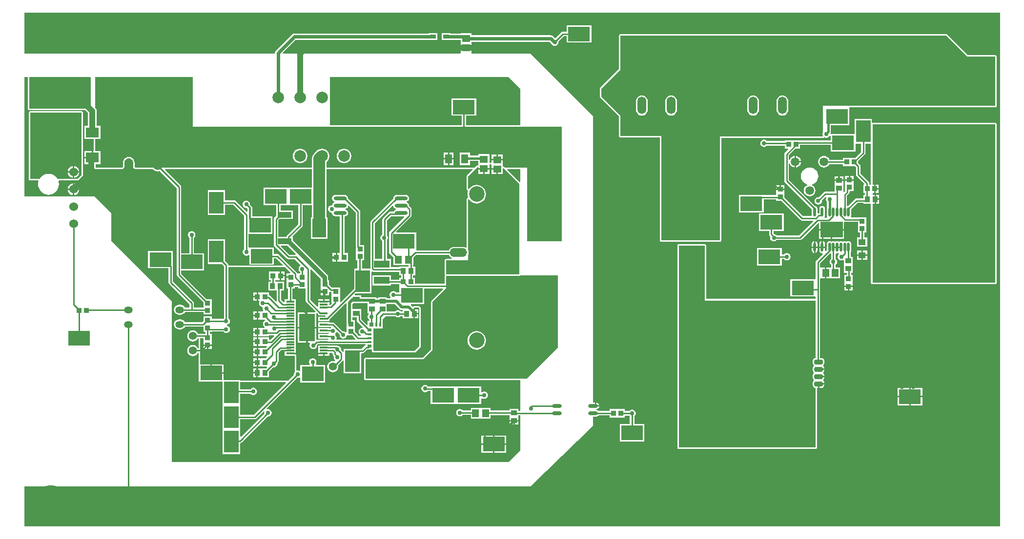
<source format=gbr>
%TF.GenerationSoftware,Altium Limited,Altium Designer,19.0.10 (269)*%
G04 Layer_Physical_Order=1*
G04 Layer_Color=255*
%FSLAX26Y26*%
%MOIN*%
%TF.FileFunction,Copper,L1,Top,Signal*%
%TF.Part,Single*%
G01*
G75*
%TA.AperFunction,SMDPad,CuDef*%
%ADD10O,0.017716X0.062992*%
%ADD11R,0.151969X0.107874*%
%ADD12R,0.150000X0.166929*%
%ADD13R,0.485039X0.150591*%
%ADD14R,0.055118X0.051181*%
%ADD15R,0.047244X0.064961*%
%ADD16R,0.149606X0.098425*%
%ADD17R,0.090000X0.070000*%
%ADD18R,0.161417X0.183465*%
G04:AMPARAMS|DCode=19|XSize=33.465mil|YSize=57.087mil|CornerRadius=8.366mil|HoleSize=0mil|Usage=FLASHONLY|Rotation=90.000|XOffset=0mil|YOffset=0mil|HoleType=Round|Shape=RoundedRectangle|*
%AMROUNDEDRECTD19*
21,1,0.033465,0.040354,0,0,90.0*
21,1,0.016732,0.057087,0,0,90.0*
1,1,0.016732,0.020177,0.008366*
1,1,0.016732,0.020177,-0.008366*
1,1,0.016732,-0.020177,-0.008366*
1,1,0.016732,-0.020177,0.008366*
%
%ADD19ROUNDEDRECTD19*%
%ADD20R,0.098425X0.149606*%
%ADD21R,0.033465X0.037402*%
%ADD22C,0.322835*%
%ADD23O,0.088583X0.025591*%
%ADD24R,0.031496X0.023622*%
%ADD25R,0.244095X0.147638*%
%ADD26R,0.031496X0.031496*%
%ADD27R,0.015748X0.031496*%
%ADD28R,0.031496X0.015748*%
%ADD29R,0.037402X0.033465*%
%ADD30R,0.035433X0.039370*%
%ADD31R,0.090551X0.179134*%
%ADD32R,0.051181X0.055118*%
%ADD33R,0.039370X0.035433*%
%ADD34R,0.051181X0.043307*%
%ADD35O,0.066929X0.023622*%
%ADD36R,0.045276X0.053150*%
%ADD37R,0.106299X0.086614*%
%ADD38R,0.092520X0.127953*%
%ADD39R,0.092520X0.039370*%
%ADD40R,0.106299X0.187008*%
%ADD41R,0.057087X0.011811*%
%ADD42R,0.047244X0.033465*%
%ADD43O,0.059055X0.047244*%
%ADD44R,0.106299X0.051181*%
%ADD45R,0.070866X0.051181*%
%ADD46R,0.039370X0.025591*%
%TA.AperFunction,Conductor*%
%ADD47C,0.015748*%
%ADD48C,0.010000*%
%ADD49C,0.039370*%
%ADD50C,0.023622*%
%ADD51C,0.029528*%
%ADD52C,0.078740*%
%ADD53C,0.020000*%
%ADD54C,0.012000*%
%TA.AperFunction,ComponentPad*%
%ADD55C,0.059055*%
%ADD56C,0.078740*%
%ADD57C,0.106299*%
%ADD58O,0.118110X0.059055*%
%ADD59C,0.060000*%
%ADD60C,0.055118*%
%ADD61C,0.007874*%
%ADD62O,0.059055X0.078740*%
%ADD63O,0.059055X0.118110*%
%ADD64C,0.098425*%
%TA.AperFunction,ViaPad*%
%ADD65C,0.030000*%
%ADD66C,0.023622*%
%ADD67C,0.047244*%
%ADD68C,0.196850*%
G36*
X6677619Y15294D02*
X15294D01*
Y288000D01*
X3473199Y288000D01*
X3897638Y700587D01*
Y765587D01*
X3921092D01*
X3929602Y767279D01*
X3936817Y772100D01*
X3937105Y772531D01*
X4010669D01*
Y758701D01*
X4115315D01*
Y772108D01*
X4145506D01*
X4147330Y769378D01*
X4150060Y767553D01*
Y712757D01*
X4080551D01*
Y594332D01*
X4250157D01*
Y712757D01*
X4180648D01*
Y767553D01*
X4183378Y769378D01*
X4188904Y777647D01*
X4190844Y787402D01*
X4188904Y797156D01*
X4183378Y805426D01*
X4175109Y810951D01*
X4165354Y812891D01*
X4155600Y810951D01*
X4147330Y805426D01*
X4145506Y802696D01*
X4115315D01*
Y816102D01*
X4010669D01*
Y803119D01*
X3937105D01*
X3936817Y803550D01*
X3929602Y808370D01*
X3922586Y809766D01*
Y815884D01*
X3929602Y817279D01*
X3936817Y822100D01*
X3941638Y829315D01*
X3942336Y832825D01*
X3899439D01*
Y842825D01*
X3942336D01*
X3941638Y846335D01*
X3936817Y853550D01*
X3929602Y858370D01*
X3921092Y860063D01*
X3897638D01*
X3897638Y2822362D01*
X3473000Y3247000D01*
X3071925D01*
X3069055Y3251811D01*
X3069055Y3253000D01*
Y3282402D01*
X3031496D01*
X2993937D01*
Y3253000D01*
X2991067Y3247000D01*
X1782352D01*
X1780056Y3252543D01*
X1868266Y3340754D01*
X2775433D01*
Y3340197D01*
X2834803D01*
Y3385787D01*
X2775433D01*
Y3385230D01*
X1859056D01*
X1859055Y3385231D01*
X1850545Y3383538D01*
X1843330Y3378717D01*
X1843330Y3378717D01*
X1731913Y3267300D01*
X1727092Y3260085D01*
X1725399Y3251575D01*
X1721789Y3247000D01*
X15294D01*
Y3528013D01*
X6677619D01*
Y15294D01*
D02*
G37*
G36*
X467282Y3082962D02*
Y2872250D01*
X48778D01*
Y3086030D01*
X463033Y3087199D01*
X467282Y3082962D01*
D02*
G37*
G36*
X3320956Y3088000D02*
X3401575Y3007381D01*
Y2757196D01*
X3031044D01*
Y2822677D01*
X3100551D01*
Y2941102D01*
X2930945D01*
Y2822677D01*
X3000456D01*
Y2757196D01*
X2101000Y2757196D01*
Y3088000D01*
X3320956Y3088000D01*
D02*
G37*
G36*
X3206535Y2484286D02*
Y2463504D01*
X3244094D01*
Y2458504D01*
X3249094D01*
Y2422914D01*
X3281653D01*
Y2460604D01*
X3287197Y2462900D01*
X3395796Y2354302D01*
X3395796Y1738317D01*
X2895669D01*
Y1832805D01*
X3045402D01*
Y1868384D01*
X3048353Y1875508D01*
X3049711Y1885827D01*
X3048353Y1896146D01*
X3045402Y1903270D01*
X3045402Y2249389D01*
X3051402Y2250892D01*
X3051577Y2250565D01*
X3059468Y2240949D01*
X3069084Y2233058D01*
X3080054Y2227194D01*
X3091958Y2223583D01*
X3104338Y2222364D01*
X3116717Y2223583D01*
X3128621Y2227194D01*
X3139591Y2233058D01*
X3149207Y2240949D01*
X3157099Y2250565D01*
X3162963Y2261535D01*
X3166573Y2273439D01*
X3167793Y2285819D01*
X3166573Y2298198D01*
X3162963Y2310102D01*
X3157099Y2321073D01*
X3149207Y2330688D01*
X3139591Y2338580D01*
X3128621Y2344444D01*
X3116717Y2348055D01*
X3104338Y2349274D01*
X3091958Y2348055D01*
X3080054Y2344444D01*
X3069084Y2338580D01*
X3059468Y2330688D01*
X3051577Y2321073D01*
X3051402Y2320746D01*
X3045402Y2322249D01*
Y2407606D01*
X3110441Y2472646D01*
X3115984Y2470350D01*
Y2465630D01*
X3153543D01*
X3191102D01*
Y2490286D01*
X3202625Y2490286D01*
X3206535Y2484286D01*
D02*
G37*
G36*
X3401575Y2370781D02*
X3396032Y2368485D01*
X3311752Y2452765D01*
X3314048Y2458308D01*
X3401575D01*
Y2370781D01*
D02*
G37*
G36*
X1886281Y2081030D02*
X1809459Y2004208D01*
X1806144Y1999247D01*
X1805151Y1994252D01*
X1749481D01*
Y2108649D01*
X1756816Y2115984D01*
X1847707D01*
Y2175354D01*
X1765481D01*
Y2211687D01*
X1816749D01*
X1816772Y2212441D01*
X1886281D01*
Y2081030D01*
D02*
G37*
G36*
X1165354Y2747000D02*
X3685039Y2747000D01*
Y1964567D01*
X3448819D01*
Y2468504D01*
X3296012D01*
X3294406Y2470110D01*
X3291099Y2472320D01*
X3287197Y2473096D01*
X3281653Y2477890D01*
Y2516496D01*
X3244094D01*
X3206535D01*
Y2505785D01*
X3206318Y2505120D01*
X3205793Y2504162D01*
X3202624Y2500482D01*
X3195345Y2500481D01*
X3191102Y2504724D01*
Y2559213D01*
X3115984D01*
Y2550212D01*
X3057244D01*
Y2570039D01*
X2990000D01*
Y2485079D01*
X3057244D01*
Y2513764D01*
X3115984D01*
Y2487636D01*
X3110441Y2482842D01*
X3106539Y2482066D01*
X3103231Y2479855D01*
X3091880Y2468504D01*
X2079432D01*
Y2508616D01*
X2082849Y2512033D01*
X2090762Y2522346D01*
X2095737Y2534356D01*
X2097434Y2547244D01*
X2095737Y2560132D01*
X2090762Y2572142D01*
X2082849Y2582455D01*
X2072536Y2590369D01*
X2060526Y2595343D01*
X2047638Y2597040D01*
X2034750Y2595343D01*
X2022740Y2590369D01*
X2012427Y2582455D01*
X1994425Y2564453D01*
X1986511Y2554140D01*
X1981536Y2542130D01*
X1979840Y2529242D01*
X1979840Y2529241D01*
Y2468504D01*
X771713D01*
X767294Y2474504D01*
X768215Y2481498D01*
Y2501183D01*
X766857Y2511502D01*
X762874Y2521117D01*
X756538Y2529374D01*
X748281Y2535710D01*
X738665Y2539693D01*
X728346Y2541052D01*
X718028Y2539693D01*
X708412Y2535710D01*
X700155Y2529374D01*
X693819Y2521117D01*
X689836Y2511502D01*
X688478Y2501183D01*
Y2481498D01*
X689399Y2474504D01*
X684980Y2468504D01*
X502541D01*
Y2491340D01*
X533927D01*
Y2581340D01*
X500000D01*
Y2662758D01*
X533927D01*
Y2752758D01*
X508868D01*
Y2855101D01*
X507848Y2862850D01*
X504857Y2870071D01*
X500099Y2876272D01*
X500000Y2876371D01*
Y3086614D01*
X1165354D01*
Y2747000D01*
D02*
G37*
G36*
X3076141Y2452765D02*
X3038192Y2414816D01*
X3035982Y2411508D01*
X3035206Y2407606D01*
Y2322249D01*
X3035353Y2321508D01*
X3035316Y2320753D01*
X3035738Y2319574D01*
X3035982Y2318347D01*
X3036402Y2317718D01*
X3036656Y2317007D01*
X3037497Y2316079D01*
X3038192Y2315039D01*
X3038820Y2314619D01*
X3039328Y2314059D01*
X3040459Y2313524D01*
X3041500Y2312829D01*
X3043514Y2309751D01*
X3044408Y2305801D01*
X3042102Y2298198D01*
X3040882Y2285819D01*
X3042102Y2273439D01*
X3044408Y2265836D01*
X3043514Y2261886D01*
X3041500Y2258809D01*
X3040459Y2258113D01*
X3039328Y2257578D01*
X3038820Y2257018D01*
X3038192Y2256599D01*
X3037497Y2255558D01*
X3036656Y2254631D01*
X3036402Y2253919D01*
X3035982Y2253291D01*
X3035738Y2252063D01*
X3035316Y2250885D01*
X3035353Y2250130D01*
X3035206Y2249389D01*
X3035206Y1922971D01*
X3033626Y1922192D01*
X3029206Y1920591D01*
X3020161Y1924337D01*
X3009843Y1925695D01*
X2950787D01*
X2940469Y1924337D01*
X2930853Y1920354D01*
X2922596Y1914018D01*
X2916260Y1905761D01*
X2914338Y1901121D01*
X2695349D01*
X2691102Y1905354D01*
Y2023780D01*
X2555408D01*
X2553112Y2029323D01*
X2654964Y2131175D01*
X2658279Y2136137D01*
X2659443Y2141989D01*
Y2184112D01*
X2658279Y2189965D01*
X2654964Y2194927D01*
X2643329Y2206562D01*
X2643596Y2207908D01*
X2641827Y2216802D01*
X2636789Y2224342D01*
X2629249Y2229380D01*
X2626893Y2229849D01*
Y2235966D01*
X2629249Y2236435D01*
X2636789Y2241473D01*
X2641827Y2249013D01*
X2643596Y2257908D01*
X2641827Y2266802D01*
X2636789Y2274342D01*
X2629249Y2279380D01*
X2620354Y2281149D01*
X2557362D01*
X2548468Y2279380D01*
X2540928Y2274342D01*
X2535890Y2266802D01*
X2534120Y2257908D01*
X2534388Y2256562D01*
X2381729Y2103903D01*
X2378414Y2098941D01*
X2377249Y2093089D01*
Y1777041D01*
X2320412D01*
Y1833504D01*
X2335786D01*
Y1884685D01*
Y1938150D01*
X2308679D01*
Y2167554D01*
X2307515Y2173407D01*
X2304199Y2178369D01*
X2226006Y2256562D01*
X2226273Y2257908D01*
X2224504Y2266802D01*
X2219466Y2274342D01*
X2211926Y2279380D01*
X2203031Y2281149D01*
X2140039D01*
X2131145Y2279380D01*
X2123605Y2274342D01*
X2118567Y2266802D01*
X2116798Y2257908D01*
X2118567Y2249013D01*
X2123605Y2241473D01*
X2131145Y2236435D01*
X2133501Y2235966D01*
Y2229849D01*
X2131145Y2229380D01*
X2123605Y2224342D01*
X2118567Y2216802D01*
X2117198Y2209922D01*
X2114169Y2210525D01*
X2104414Y2208584D01*
X2096145Y2203059D01*
X2090619Y2194789D01*
X2088679Y2185035D01*
X2090619Y2175280D01*
X2096145Y2167011D01*
X2104414Y2161485D01*
X2111126Y2160151D01*
X2116798Y2157907D01*
X2118567Y2149013D01*
X2123605Y2141473D01*
X2131145Y2136435D01*
X2140039Y2134666D01*
X2170100D01*
Y1883032D01*
X2150945D01*
Y1854331D01*
Y1825630D01*
X2223858D01*
Y1883032D01*
X2200688D01*
Y2134666D01*
X2203031D01*
X2211926Y2136435D01*
X2219466Y2141473D01*
X2224504Y2149013D01*
X2226273Y2157908D01*
X2224504Y2166802D01*
X2219466Y2174342D01*
X2211926Y2179380D01*
X2209570Y2179849D01*
Y2185966D01*
X2211926Y2186435D01*
X2219466Y2191473D01*
X2224504Y2199013D01*
X2225716Y2205108D01*
X2232055Y2207255D01*
X2278091Y2161219D01*
Y1923150D01*
X2278385Y1921672D01*
Y1884685D01*
Y1833504D01*
X2289824D01*
Y1777041D01*
X2267329D01*
Y1640335D01*
X2175976Y1548983D01*
X2170433Y1551279D01*
Y1593346D01*
Y1646811D01*
X2131477D01*
X2130000Y1647105D01*
X2115954D01*
X2096614Y1666445D01*
Y1698281D01*
X2089225D01*
Y1718612D01*
X2087303Y1728274D01*
X2081830Y1736466D01*
X1847707Y1970589D01*
Y1994252D01*
X1847707D01*
X1846258Y1997749D01*
X1912389Y2063881D01*
X1915705Y2068842D01*
X1916869Y2074695D01*
Y2212441D01*
X1979840D01*
Y2129095D01*
X1973376D01*
Y1981142D01*
X2085896D01*
Y2129095D01*
X2079432D01*
Y2458308D01*
X3073845D01*
X3076141Y2452765D01*
D02*
G37*
G36*
X1868698Y1878183D02*
X1866213Y1872183D01*
X1823958D01*
X1766803Y1929339D01*
X1769099Y1934882D01*
X1811999D01*
X1868698Y1878183D01*
D02*
G37*
G36*
X2534677Y2205108D02*
X2535890Y2199013D01*
X2540928Y2191473D01*
X2548468Y2186435D01*
X2550823Y2185966D01*
Y2179849D01*
X2548468Y2179380D01*
X2540928Y2174342D01*
X2535890Y2166802D01*
X2535730Y2166000D01*
X2512910D01*
X2507058Y2164835D01*
X2502096Y2161520D01*
X2464382Y2123807D01*
X2461067Y2118845D01*
X2459903Y2112992D01*
Y2009879D01*
X2454417Y2006213D01*
X2448891Y1997944D01*
X2446951Y1988189D01*
X2448891Y1978435D01*
X2454417Y1970165D01*
X2459903Y1966499D01*
Y1842677D01*
X2407837D01*
Y2086754D01*
X2528339Y2207255D01*
X2534677Y2205108D01*
D02*
G37*
G36*
X2557362Y2134666D02*
X2607358D01*
X2609654Y2129122D01*
X2509682Y2029150D01*
X2506366Y2024188D01*
X2505202Y2018336D01*
Y1891256D01*
X2506366Y1885403D01*
X2509682Y1880442D01*
X2536427Y1853696D01*
Y1802175D01*
X2601703D01*
Y1802175D01*
X2605325D01*
Y1802175D01*
X2639155D01*
Y1789527D01*
X2575630D01*
Y1785790D01*
X2519843D01*
Y1842677D01*
X2490491D01*
Y1970204D01*
X2495990Y1978435D01*
X2497931Y1988189D01*
X2495990Y1997944D01*
X2490491Y2006174D01*
Y2106657D01*
X2519245Y2135412D01*
X2553611D01*
X2557362Y2134666D01*
D02*
G37*
G36*
X32856Y3088000D02*
X38582Y3086030D01*
Y2872250D01*
X39358Y2868348D01*
X41568Y2865041D01*
X44876Y2862830D01*
X48778Y2862054D01*
X429630D01*
X448986Y2842698D01*
Y2752758D01*
X423927D01*
Y2662758D01*
X489804D01*
Y2581340D01*
X483927D01*
Y2536340D01*
Y2491340D01*
X492346D01*
Y2468504D01*
X493122Y2464602D01*
X495332Y2461294D01*
X498640Y2459084D01*
X502541Y2458308D01*
X684980D01*
X685738Y2458459D01*
X686510Y2458423D01*
X687671Y2458843D01*
X688882Y2459084D01*
X689524Y2459514D01*
X690251Y2459776D01*
X691163Y2460608D01*
X692190Y2461294D01*
X692619Y2461937D01*
X693190Y2462458D01*
X697609Y2468458D01*
X698410Y2470168D01*
X699247Y2471865D01*
X699254Y2471967D01*
X699297Y2472060D01*
X699384Y2473948D01*
X699507Y2475835D01*
X698674Y2482166D01*
Y2500515D01*
X699770Y2508840D01*
X702726Y2515976D01*
X707427Y2522103D01*
X713554Y2526804D01*
X720689Y2529760D01*
X728346Y2530768D01*
X736004Y2529760D01*
X743139Y2526804D01*
X749266Y2522103D01*
X753968Y2515976D01*
X756923Y2508840D01*
X758019Y2500515D01*
Y2482166D01*
X757186Y2475835D01*
X757309Y2473950D01*
X757396Y2472060D01*
X757439Y2471967D01*
X757446Y2471865D01*
X758281Y2470171D01*
X759084Y2468458D01*
X763503Y2462458D01*
X764074Y2461937D01*
X764503Y2461294D01*
X765530Y2460608D01*
X766442Y2459776D01*
X767169Y2459514D01*
X767811Y2459084D01*
X769022Y2458843D01*
X770183Y2458423D01*
X770955Y2458459D01*
X771713Y2458308D01*
X893168D01*
X897005Y2453307D01*
X905263Y2446971D01*
X914878Y2442988D01*
X925197Y2441629D01*
X935516Y2442988D01*
X940156Y2444910D01*
X1056383Y2328683D01*
Y1733520D01*
X1057547Y1727667D01*
X1060863Y1722706D01*
X1237047Y1546521D01*
Y1510829D01*
X1172774D01*
Y1539370D01*
X1171610Y1545223D01*
X1168295Y1550185D01*
X1029979Y1688500D01*
Y1794537D01*
X1029685Y1796015D01*
Y1897963D01*
X860079D01*
Y1779537D01*
X999391D01*
Y1682165D01*
X1000555Y1676313D01*
X1003871Y1671351D01*
X1142186Y1533035D01*
Y1510829D01*
X1112734D01*
X1112046Y1512491D01*
X1106657Y1519515D01*
X1099633Y1524904D01*
X1091454Y1528292D01*
X1082677Y1529447D01*
X1070866D01*
X1062089Y1528292D01*
X1053910Y1524904D01*
X1046887Y1519515D01*
X1041497Y1512491D01*
X1038110Y1504312D01*
X1036954Y1495535D01*
X1038110Y1486758D01*
X1041497Y1478579D01*
X1046887Y1471556D01*
X1053910Y1466167D01*
X1062089Y1462779D01*
X1070866Y1461623D01*
X1082677D01*
X1091454Y1462779D01*
X1099633Y1466167D01*
X1106657Y1471556D01*
X1112046Y1478579D01*
X1112734Y1480241D01*
X1237047D01*
Y1463504D01*
X1294449D01*
Y1514685D01*
Y1568150D01*
X1258676D01*
X1086971Y1739855D01*
Y1763622D01*
X1242283D01*
Y1882047D01*
X1172774D01*
Y1988026D01*
X1175504Y1989850D01*
X1181030Y1998120D01*
X1182970Y2007874D01*
X1181030Y2017629D01*
X1175504Y2025898D01*
X1167235Y2031424D01*
X1157480Y2033364D01*
X1147726Y2031424D01*
X1139456Y2025898D01*
X1133931Y2017629D01*
X1131991Y2007874D01*
X1133931Y1998120D01*
X1139456Y1989850D01*
X1142186Y1988026D01*
Y1882047D01*
X1086971D01*
Y2335018D01*
X1085807Y2340870D01*
X1082492Y2345832D01*
X975559Y2452765D01*
X977855Y2458308D01*
X1979840D01*
Y2330866D01*
X1816772D01*
X1816749Y2330112D01*
X1647143D01*
Y2211687D01*
X1734893D01*
Y2160354D01*
X1735187Y2158876D01*
Y2137613D01*
X1723372Y2125799D01*
X1720057Y2120837D01*
X1718893Y2114984D01*
Y1940325D01*
X1720057Y1934473D01*
X1723372Y1929511D01*
X1806809Y1846075D01*
X1811771Y1842759D01*
X1817623Y1841595D01*
X1862439D01*
X1900112Y1803922D01*
X1899351Y1796198D01*
X1895362Y1793532D01*
X1889836Y1785263D01*
X1887896Y1775508D01*
X1889836Y1765754D01*
X1895362Y1757484D01*
X1898092Y1755660D01*
Y1745236D01*
X1884685D01*
Y1745187D01*
X1878685Y1744596D01*
X1878476Y1745645D01*
X1875161Y1750607D01*
X1752749Y1873019D01*
X1747787Y1876334D01*
X1741934Y1877499D01*
X1720310D01*
Y1921417D01*
X1550704D01*
X1546790Y1925796D01*
Y2015482D01*
X1708722D01*
Y2133908D01*
X1571429D01*
Y2192916D01*
X1570188Y2199158D01*
X1566651Y2204451D01*
X1556585Y2214518D01*
X1556986Y2216535D01*
X1555046Y2226290D01*
X1549520Y2234559D01*
X1541251Y2240085D01*
X1531496Y2242025D01*
X1521742Y2240085D01*
X1513472Y2234559D01*
X1507947Y2226290D01*
X1506006Y2216535D01*
X1507947Y2206781D01*
X1513472Y2198511D01*
X1521742Y2192986D01*
X1531496Y2191046D01*
X1533514Y2191447D01*
X1538803Y2186158D01*
Y2167077D01*
X1533259Y2164781D01*
X1458879Y2239161D01*
X1453918Y2242476D01*
X1448065Y2243640D01*
X1385984D01*
Y2313150D01*
X1267559D01*
Y2143543D01*
X1385984D01*
Y2213053D01*
X1441730D01*
X1516202Y2138581D01*
Y1910489D01*
X1513472Y1908664D01*
X1507947Y1900395D01*
X1506006Y1890640D01*
X1507947Y1880886D01*
X1513472Y1872616D01*
X1521742Y1867091D01*
X1531496Y1865151D01*
X1541251Y1867091D01*
X1544704Y1869398D01*
X1550704Y1866191D01*
Y1802992D01*
X1720310D01*
Y1846911D01*
X1735600D01*
X1780944Y1801566D01*
X1778648Y1796023D01*
X1408995D01*
Y1800594D01*
X1407831Y1806447D01*
X1404515Y1811409D01*
X1385984Y1829940D01*
Y1977917D01*
X1267559D01*
Y1808311D01*
X1364355D01*
X1378407Y1794259D01*
Y1437171D01*
X1375677Y1435347D01*
X1373853Y1432617D01*
X1294449D01*
Y1450039D01*
X1237047D01*
Y1418204D01*
X1229673Y1410829D01*
X1112734D01*
X1112046Y1412491D01*
X1106657Y1419515D01*
X1099633Y1424904D01*
X1091454Y1428292D01*
X1082677Y1429447D01*
X1070866D01*
X1062089Y1428292D01*
X1053910Y1424904D01*
X1046887Y1419515D01*
X1041497Y1412491D01*
X1038110Y1404312D01*
X1036954Y1395535D01*
X1038110Y1386758D01*
X1041497Y1378579D01*
X1046887Y1371556D01*
X1053910Y1366167D01*
X1062089Y1362779D01*
X1070866Y1361623D01*
X1082677D01*
X1091454Y1362779D01*
X1099633Y1366167D01*
X1106657Y1371556D01*
X1112046Y1378579D01*
X1112734Y1380241D01*
X1236008D01*
X1237047Y1379388D01*
Y1345394D01*
X1250454D01*
Y1331929D01*
X1237047D01*
Y1331829D01*
X1199673D01*
X1198162Y1335477D01*
X1192142Y1343323D01*
X1184296Y1349343D01*
X1175159Y1353128D01*
X1165354Y1354418D01*
X1155549Y1353128D01*
X1146413Y1349343D01*
X1138567Y1343323D01*
X1132547Y1335477D01*
X1128762Y1326340D01*
X1127471Y1316535D01*
X1128762Y1306730D01*
X1132547Y1297594D01*
X1138567Y1289748D01*
X1146413Y1283728D01*
X1155549Y1279943D01*
X1165354Y1278652D01*
X1175159Y1279943D01*
X1184296Y1283728D01*
X1192142Y1289748D01*
X1198162Y1297594D01*
X1199673Y1301242D01*
X1206340D01*
Y1231829D01*
X1199673D01*
X1198162Y1235477D01*
X1192142Y1243323D01*
X1184296Y1249343D01*
X1175159Y1253128D01*
X1165354Y1254418D01*
X1155549Y1253128D01*
X1146413Y1249343D01*
X1138567Y1243323D01*
X1132547Y1235477D01*
X1128762Y1226340D01*
X1127471Y1216535D01*
X1128762Y1206730D01*
X1132547Y1197594D01*
X1138567Y1189748D01*
X1146413Y1183728D01*
X1155549Y1179943D01*
X1165354Y1178652D01*
X1175159Y1179943D01*
X1184296Y1183728D01*
X1192142Y1189748D01*
X1198162Y1197594D01*
X1199673Y1201242D01*
X1206340D01*
Y1122205D01*
X1205646D01*
Y1003779D01*
X1369921D01*
Y844331D01*
Y676715D01*
Y509098D01*
X1488347D01*
Y583807D01*
X1493341Y584801D01*
X1498303Y588116D01*
X1675692Y765505D01*
X1678912Y764865D01*
X1688667Y766805D01*
X1696936Y772330D01*
X1702462Y780600D01*
X1704402Y790354D01*
X1702462Y800109D01*
X1696936Y808378D01*
X1688667Y813904D01*
X1678912Y815844D01*
X1671195Y814309D01*
X1668239Y819839D01*
X1878669Y1030269D01*
X1881890Y1029628D01*
X1891644Y1031569D01*
X1894157Y1033248D01*
X1899449Y1030419D01*
Y998779D01*
X2069055D01*
Y1117205D01*
X2007777D01*
X2004570Y1123205D01*
X2007802Y1128041D01*
X2009742Y1137795D01*
X2007802Y1147550D01*
X2002276Y1155819D01*
X1994006Y1161345D01*
X1984252Y1163285D01*
X1974497Y1161345D01*
X1966228Y1155819D01*
X1960703Y1147550D01*
X1958762Y1137795D01*
X1960703Y1128041D01*
X1963934Y1123205D01*
X1960727Y1117205D01*
X1899449D01*
Y1079817D01*
X1894157Y1076988D01*
X1891644Y1078668D01*
X1881890Y1080608D01*
X1877039Y1079643D01*
X1872401Y1083449D01*
Y1180945D01*
X1871624Y1184847D01*
X1869414Y1188154D01*
X1869252Y1188263D01*
Y1191850D01*
X1830709D01*
Y1200628D01*
X1869252D01*
Y1220315D01*
Y1259685D01*
Y1299055D01*
Y1338425D01*
Y1377795D01*
Y1417165D01*
Y1456535D01*
Y1495906D01*
Y1535276D01*
Y1567087D01*
X1846081D01*
Y1640591D01*
X1863347D01*
Y1652029D01*
X1884685D01*
Y1640591D01*
X1936917D01*
Y1556648D01*
X1938081Y1550795D01*
X1941396Y1545833D01*
X2003710Y1483520D01*
X2001225Y1477520D01*
X1949882D01*
Y1379016D01*
X2008032D01*
Y1470713D01*
X2014032Y1473198D01*
X2020512Y1466718D01*
Y1456535D01*
X2070302D01*
X2073421Y1450535D01*
X2072326Y1448976D01*
X2020512D01*
Y1417165D01*
X2097598D01*
Y1427348D01*
X2209829Y1539578D01*
X2215829Y1537092D01*
Y1424124D01*
X2215394D01*
Y1370659D01*
Y1344167D01*
X2209394Y1341890D01*
X2202668Y1346384D01*
X2192913Y1348324D01*
X2189693Y1347684D01*
X2132862Y1404515D01*
X2127900Y1407830D01*
X2122047Y1408995D01*
X2097598D01*
Y1409606D01*
X2020512D01*
Y1377795D01*
X2097598D01*
Y1378407D01*
X2108173D01*
X2109993Y1372407D01*
X2104474Y1368719D01*
X2097598D01*
Y1370236D01*
X2020512D01*
Y1338425D01*
X2058483D01*
X2059961Y1338131D01*
X2095627D01*
X2096385Y1336866D01*
X2092986Y1330866D01*
X2020512D01*
Y1299055D01*
X2091347D01*
X2092114Y1297496D01*
X2088380Y1291496D01*
X2020512D01*
Y1290884D01*
X2011811D01*
X2008032Y1293986D01*
Y1369016D01*
X1949882D01*
Y1270512D01*
X1963296D01*
X1966503Y1264512D01*
X1964639Y1261723D01*
X1962699Y1251968D01*
X1964639Y1242214D01*
X1970165Y1233945D01*
X1978435Y1228419D01*
X1988189Y1226479D01*
X1997944Y1228419D01*
X2006213Y1233945D01*
X2011738Y1242214D01*
X2013679Y1251968D01*
X2013038Y1255189D01*
X2015397Y1257548D01*
X2020512Y1259685D01*
X2020512Y1259685D01*
Y1259685D01*
X2020512Y1259685D01*
X2097598D01*
Y1260213D01*
X2345669D01*
Y1253328D01*
X2345146Y1253224D01*
X2340184Y1249909D01*
X2319374Y1229099D01*
X2300118D01*
X2298640Y1228805D01*
X2196693D01*
Y1210534D01*
X2190693Y1208714D01*
X2190354Y1209221D01*
X2178388Y1221187D01*
X2179029Y1224407D01*
X2177088Y1234161D01*
X2171563Y1242431D01*
X2163294Y1247957D01*
X2153539Y1249897D01*
X2151371Y1249466D01*
X2150047Y1250350D01*
X2144194Y1251514D01*
X2097598D01*
Y1252126D01*
X2020512D01*
Y1220315D01*
Y1200628D01*
X2059055D01*
Y1196851D01*
X2064055D01*
Y1180945D01*
X2097598D01*
Y1201242D01*
X2118306D01*
X2120276Y1199272D01*
Y1192670D01*
X2121440Y1186817D01*
X2124756Y1181855D01*
X2129588Y1177024D01*
X2128049Y1169289D01*
X2129990Y1159534D01*
X2135515Y1151265D01*
X2136280Y1150754D01*
X2136560Y1143533D01*
X2134150Y1141746D01*
X2131386Y1142891D01*
X2121581Y1144182D01*
X2111776Y1142891D01*
X2102639Y1139107D01*
X2094793Y1133087D01*
X2088773Y1125241D01*
X2084988Y1116104D01*
X2083698Y1106299D01*
X2084988Y1096494D01*
X2088773Y1087358D01*
X2094793Y1079512D01*
X2102639Y1073492D01*
X2111776Y1069707D01*
X2121581Y1068416D01*
X2131386Y1069707D01*
X2140522Y1073492D01*
X2148368Y1079512D01*
X2154388Y1087358D01*
X2158173Y1096494D01*
X2159464Y1106299D01*
X2158240Y1115592D01*
X2190354Y1147705D01*
X2190693Y1148213D01*
X2196693Y1146393D01*
Y1059198D01*
X2315118D01*
Y1198511D01*
X2325709D01*
X2331561Y1199675D01*
X2336523Y1202990D01*
X2357333Y1223801D01*
X2364606D01*
X2366084Y1224095D01*
X2387875D01*
Y1213805D01*
X2388651Y1209903D01*
X2388976Y1209416D01*
Y1207362D01*
X2390349D01*
X2390861Y1206595D01*
X2394169Y1204385D01*
X2398071Y1203609D01*
X2680773D01*
X2684675Y1204385D01*
X2687983Y1206595D01*
X2720241Y1238853D01*
X2722451Y1242161D01*
X2723227Y1246063D01*
Y1506475D01*
X2722451Y1510377D01*
X2720241Y1513685D01*
X2715998Y1517928D01*
X2712690Y1520138D01*
X2708789Y1520914D01*
X2680009Y1520913D01*
X2676107Y1520137D01*
X2672799Y1517927D01*
X2671750Y1516878D01*
X2665750D01*
X2654567Y1528061D01*
X2654948Y1530648D01*
X2656698Y1534061D01*
X2745997D01*
Y1642013D01*
X2873691D01*
X2875988Y1636470D01*
X2795940Y1556422D01*
X2793730Y1553114D01*
X2792954Y1549213D01*
Y1224696D01*
X2735934Y1167676D01*
X2346457D01*
X2342555Y1166900D01*
X2339247Y1164690D01*
X2337037Y1161382D01*
X2336261Y1157480D01*
X2336261Y1023622D01*
X2337037Y1019720D01*
X2339247Y1016412D01*
X2342555Y1014202D01*
X2346457Y1013426D01*
X3401575D01*
Y803119D01*
X3389685D01*
Y818291D01*
X3330315D01*
Y805869D01*
X3198039D01*
Y824400D01*
X3135142D01*
X3129142Y824400D01*
X3126764Y824400D01*
X3063866D01*
Y807056D01*
X3009069D01*
X3007244Y809786D01*
X2998975Y815311D01*
X2989220Y817252D01*
X2979466Y815311D01*
X2971197Y809786D01*
X2965671Y801516D01*
X2963731Y791762D01*
X2965671Y782007D01*
X2971197Y773738D01*
X2979466Y768212D01*
X2989220Y766272D01*
X2998975Y768212D01*
X3007244Y773738D01*
X3009069Y776468D01*
X3063866D01*
Y751250D01*
X3126764D01*
X3132764Y751250D01*
X3135142Y751250D01*
X3198039D01*
Y775281D01*
X3330315D01*
Y762858D01*
Y742425D01*
X3360000D01*
X3389685D01*
Y772531D01*
X3401575D01*
Y531496D01*
X3399697D01*
X3320956Y453000D01*
X1023622Y453000D01*
X1023622Y1555118D01*
X610236Y1968504D01*
Y2154967D01*
X495069Y2270133D01*
X374917D01*
X350394Y2271741D01*
X325870Y2270133D01*
X15294D01*
Y3088000D01*
X32856D01*
D02*
G37*
G36*
X2393134Y1756366D02*
X2398987Y1755202D01*
X2575630D01*
Y1730158D01*
X2587482D01*
Y1715709D01*
X2576044D01*
Y1702302D01*
X2519843D01*
Y1732441D01*
X2393543D01*
Y1661260D01*
X2519843D01*
Y1671714D01*
X2576044D01*
Y1658342D01*
X2576044Y1658307D01*
X2576043D01*
X2576390Y1652486D01*
X2576391D01*
Y1613719D01*
X2555281D01*
X2553457Y1616449D01*
X2545188Y1621975D01*
X2535433Y1623915D01*
X2525679Y1621975D01*
X2517409Y1616449D01*
X2511884Y1608180D01*
X2509943Y1598425D01*
X2511884Y1588671D01*
X2517409Y1580401D01*
X2518696Y1579541D01*
X2516876Y1573541D01*
X2490315D01*
Y1580866D01*
X2430945D01*
Y1573541D01*
X2419281D01*
Y1580866D01*
X2359911D01*
Y1580589D01*
X2316102D01*
Y1593661D01*
X2271752D01*
X2269456Y1599205D01*
X2277686Y1607435D01*
X2385754D01*
Y1754082D01*
X2391754Y1757289D01*
X2393134Y1756366D01*
D02*
G37*
G36*
X2916260Y1865892D02*
X2922596Y1857635D01*
X2930853Y1851300D01*
X2936401Y1849001D01*
X2935208Y1843001D01*
X2895669D01*
X2891767Y1842225D01*
X2888460Y1840015D01*
X2886249Y1836707D01*
X2885473Y1832805D01*
Y1738317D01*
X2886249Y1734416D01*
X2887049Y1733219D01*
X2886249Y1732023D01*
X2885473Y1728121D01*
Y1672601D01*
X2680689D01*
Y1715709D01*
X2669251D01*
Y1730158D01*
X2684213D01*
Y1789527D01*
X2669743D01*
Y1802175D01*
X2670600D01*
Y1850911D01*
X2690223Y1870533D01*
X2914338D01*
X2916260Y1865892D01*
D02*
G37*
G36*
X1831731Y1750780D02*
X1829435Y1745236D01*
X1805945D01*
Y1723504D01*
X1834646D01*
Y1713504D01*
X1805945D01*
Y1691772D01*
Y1640591D01*
X1815494D01*
Y1567087D01*
X1792165D01*
Y1547383D01*
X1786165Y1547220D01*
X1768325Y1565061D01*
Y1626861D01*
X1790344D01*
Y1686230D01*
X1728876D01*
Y1698878D01*
X1759764D01*
Y1727579D01*
Y1756280D01*
X1686850D01*
Y1698878D01*
X1698289D01*
Y1686230D01*
X1681762D01*
Y1626861D01*
X1737737D01*
Y1558726D01*
X1738533Y1554725D01*
X1733003Y1551770D01*
X1694169Y1590604D01*
X1689207Y1593919D01*
X1684213Y1594913D01*
Y1613681D01*
X1611299D01*
Y1584981D01*
Y1556280D01*
X1618568D01*
X1621397Y1550988D01*
X1620151Y1549125D01*
X1618211Y1539370D01*
X1620151Y1529616D01*
X1625677Y1521346D01*
X1633946Y1515821D01*
X1638370Y1514941D01*
X1643671Y1513715D01*
X1642725Y1508422D01*
X1641833Y1503937D01*
X1643773Y1494182D01*
X1645637Y1491393D01*
X1642430Y1485393D01*
X1611299D01*
Y1456693D01*
Y1427992D01*
X1657075D01*
X1658610Y1422376D01*
X1658397Y1421803D01*
X1651264Y1417037D01*
X1645738Y1408767D01*
X1643798Y1399013D01*
X1645738Y1389258D01*
X1651264Y1380989D01*
X1656904Y1377220D01*
X1655084Y1371220D01*
X1611299D01*
Y1342520D01*
Y1313819D01*
X1684213D01*
Y1322226D01*
X1719116D01*
X1721412Y1316682D01*
X1695486Y1290756D01*
X1684213D01*
Y1306260D01*
X1611299D01*
Y1277559D01*
Y1248858D01*
X1668376D01*
X1670672Y1243315D01*
X1662584Y1235226D01*
X1611299D01*
Y1206526D01*
Y1177825D01*
X1668376D01*
X1670672Y1172282D01*
X1662584Y1164193D01*
X1611299D01*
Y1135492D01*
Y1106791D01*
X1669361D01*
X1671657Y1101248D01*
X1664552Y1094143D01*
X1610315D01*
Y1064458D01*
Y1034773D01*
X1686181D01*
Y1072515D01*
X1716027Y1102360D01*
X1719247Y1101720D01*
X1729002Y1103660D01*
X1737271Y1109186D01*
X1742797Y1117455D01*
X1744737Y1127209D01*
X1744096Y1130430D01*
X1746854Y1133187D01*
X1750169Y1138149D01*
X1751333Y1144002D01*
Y1202145D01*
X1769209Y1220021D01*
X1792165D01*
Y1180945D01*
X1862205D01*
Y1070656D01*
X1858340Y1064873D01*
X1856400Y1055118D01*
X1857041Y1051898D01*
X1816954Y1011811D01*
X1488347D01*
Y1013937D01*
X1375252D01*
Y1057992D01*
X1290449D01*
Y1062992D01*
X1285449D01*
Y1122205D01*
X1216535D01*
Y1301242D01*
X1237047D01*
Y1278465D01*
Y1259015D01*
X1265748D01*
X1294449D01*
Y1278465D01*
Y1331929D01*
X1281042D01*
Y1345394D01*
X1294449D01*
Y1346911D01*
X1373853D01*
X1375677Y1344181D01*
X1383946Y1338655D01*
X1393701Y1336715D01*
X1403455Y1338655D01*
X1411725Y1344181D01*
X1417250Y1352450D01*
X1419191Y1362205D01*
X1417250Y1371959D01*
X1411725Y1380229D01*
X1403455Y1385754D01*
X1398676Y1386705D01*
Y1392822D01*
X1403455Y1393773D01*
X1411725Y1399299D01*
X1417250Y1407568D01*
X1419191Y1417323D01*
X1417250Y1427077D01*
X1411725Y1435347D01*
X1408995Y1437171D01*
Y1785827D01*
X1796683D01*
X1831731Y1750780D01*
D02*
G37*
G36*
X2038727Y1708153D02*
Y1673517D01*
X2039213Y1671078D01*
Y1644816D01*
Y1625368D01*
X2067913D01*
Y1620368D01*
X2072913D01*
Y1593635D01*
X2096614D01*
Y1615244D01*
X2102614Y1618451D01*
X2103767Y1617681D01*
X2109620Y1616517D01*
X2113032D01*
Y1593346D01*
Y1542165D01*
X2113031D01*
X2114166Y1539426D01*
X2103598Y1528859D01*
X2097598Y1530058D01*
Y1547404D01*
X2059055D01*
X2020512D01*
Y1518460D01*
X2014512Y1515975D01*
X1967505Y1562982D01*
Y1770891D01*
X1973505Y1773376D01*
X2038727Y1708153D01*
D02*
G37*
G36*
X2579138Y1499847D02*
X2585754Y1495427D01*
X2593557Y1493875D01*
X2597540D01*
Y1483798D01*
X2586777D01*
X2584953Y1486528D01*
X2576684Y1492053D01*
X2566929Y1493994D01*
X2557175Y1492053D01*
X2548905Y1486528D01*
X2547081Y1483798D01*
X2490315D01*
Y1525433D01*
Y1532758D01*
X2546228D01*
X2579138Y1499847D01*
D02*
G37*
G36*
X2713031Y1506475D02*
Y1246063D01*
X2680773Y1213805D01*
X2398071D01*
Y1367716D01*
X2451968Y1367716D01*
X2452047Y1367795D01*
X2462126D01*
Y1419291D01*
X2462000D01*
X2461999Y1431645D01*
X2481901Y1451545D01*
X2548193Y1451545D01*
X2548905Y1450480D01*
X2557175Y1444954D01*
X2566929Y1443014D01*
X2576684Y1444954D01*
X2584953Y1450480D01*
X2585665Y1451546D01*
X2597540D01*
Y1438819D01*
X2673406D01*
Y1468504D01*
Y1502809D01*
X2673023Y1503732D01*
X2680009Y1510717D01*
X2708789Y1510718D01*
X2713031Y1506475D01*
D02*
G37*
G36*
X2289213Y1539805D02*
X2359911D01*
Y1525433D01*
Y1472284D01*
X2365146D01*
X2366785Y1468926D01*
X2367429Y1466284D01*
X2362277Y1458573D01*
X2360337Y1448819D01*
X2362277Y1439064D01*
X2367803Y1430795D01*
X2370533Y1428971D01*
Y1419291D01*
X2359449D01*
Y1393641D01*
X2353905Y1391345D01*
X2316396Y1428854D01*
Y1460709D01*
X2316102Y1462187D01*
Y1499173D01*
X2256612D01*
Y1534861D01*
X2261949Y1540197D01*
X2287243D01*
X2289213Y1539805D01*
D02*
G37*
G36*
X2285809Y1422519D02*
X2286973Y1416667D01*
X2290288Y1411705D01*
X2324774Y1377219D01*
X2321770Y1371737D01*
X2313089Y1370011D01*
X2304819Y1364485D01*
X2299294Y1356216D01*
X2297354Y1346461D01*
X2299294Y1336707D01*
X2304819Y1328437D01*
X2313089Y1322912D01*
X2316075Y1322318D01*
X2315484Y1316318D01*
X2299552D01*
X2291684Y1324186D01*
X2291604Y1324588D01*
X2288289Y1329550D01*
X2272795Y1345043D01*
Y1370659D01*
Y1424124D01*
X2256612D01*
Y1445709D01*
X2285809D01*
Y1422519D01*
D02*
G37*
G36*
X2168064Y1326055D02*
X2167423Y1322835D01*
X2169364Y1313080D01*
X2174889Y1304811D01*
X2183159Y1299285D01*
X2192913Y1297345D01*
X2202668Y1299285D01*
X2210937Y1304811D01*
X2216463Y1313080D01*
X2217735Y1319478D01*
X2255102D01*
X2263265Y1311316D01*
X2263345Y1310914D01*
X2266660Y1305952D01*
X2276268Y1296344D01*
X2273972Y1290801D01*
X2150530D01*
X2146274Y1296801D01*
X2147537Y1303150D01*
X2145597Y1312904D01*
X2140071Y1321174D01*
X2137093Y1323164D01*
Y1330380D01*
X2140071Y1332370D01*
X2145356Y1340278D01*
X2146358Y1341184D01*
X2151405Y1342715D01*
X2168064Y1326055D01*
D02*
G37*
G36*
X3657480Y1236220D02*
X3444882Y1023622D01*
X2346457D01*
X2346457Y1157480D01*
X2740157D01*
X2803150Y1220472D01*
Y1549213D01*
X2895669Y1641732D01*
Y1728121D01*
X3395796D01*
X3399697Y1728898D01*
X3403005Y1731108D01*
X3403791Y1732284D01*
X3657480D01*
X3657480Y1236220D01*
D02*
G37*
G36*
X1801215Y996072D02*
X1581955Y776812D01*
X1488347D01*
Y844331D01*
Y921714D01*
X1558892D01*
X1560716Y918984D01*
X1568986Y913458D01*
X1578740Y911518D01*
X1588495Y913458D01*
X1596764Y918984D01*
X1602290Y927253D01*
X1604230Y937008D01*
X1602290Y946762D01*
X1596764Y955032D01*
X1588495Y960557D01*
X1578740Y962498D01*
X1568986Y960557D01*
X1560716Y955032D01*
X1558892Y952302D01*
X1488347D01*
Y1001615D01*
X1798919D01*
X1801215Y996072D01*
D02*
G37*
G36*
X1654958Y798072D02*
X1653422Y790354D01*
X1654063Y787134D01*
X1493890Y626961D01*
X1488347Y629257D01*
Y676715D01*
Y746224D01*
X1588289D01*
X1594142Y747388D01*
X1599104Y750703D01*
X1649428Y801027D01*
X1654958Y798072D01*
D02*
G37*
%LPC*%
G36*
X3887953Y3441102D02*
X3718347D01*
Y3397184D01*
X3692913D01*
X3687061Y3396019D01*
X3682099Y3392704D01*
X3644807Y3355412D01*
X3636610Y3355470D01*
X3625961Y3366119D01*
X3618747Y3370939D01*
X3610236Y3372632D01*
X3610236Y3372632D01*
X3069055D01*
Y3385984D01*
X2993937D01*
Y3385230D01*
X2925354D01*
Y3385787D01*
X2865984D01*
Y3340197D01*
X2925354D01*
Y3340754D01*
X2993937D01*
Y3314803D01*
Y3292402D01*
X3031496D01*
X3069055D01*
Y3314803D01*
Y3328155D01*
X3601025D01*
X3618440Y3310740D01*
X3619771Y3308748D01*
X3621764Y3307416D01*
X3622070Y3307110D01*
X3622070Y3307110D01*
X3629285Y3302289D01*
X3637795Y3300596D01*
X3646305Y3302289D01*
X3653520Y3307110D01*
X3653643Y3307294D01*
X3655819Y3308748D01*
X3661345Y3317017D01*
X3663285Y3326772D01*
X3662644Y3329992D01*
X3699248Y3366596D01*
X3718347D01*
Y3322677D01*
X3887953D01*
Y3441102D01*
D02*
G37*
G36*
X6311921Y3380275D02*
X4086614Y3380275D01*
X4082712Y3379499D01*
X4079405Y3377288D01*
X4077194Y3373981D01*
X4076418Y3370079D01*
X4076418Y3142838D01*
X3947790Y3014210D01*
X3945580Y3010902D01*
X3944804Y3007000D01*
Y2955184D01*
X3944811Y2955151D01*
X3944804Y2955117D01*
X3945198Y2953203D01*
X3945580Y2951282D01*
X3945599Y2951254D01*
X3945606Y2951220D01*
X3946703Y2949602D01*
X3947790Y2947974D01*
X3947819Y2947955D01*
X3947838Y2947927D01*
X4076418Y2821012D01*
Y2685039D01*
X4077194Y2681138D01*
X4079405Y2677830D01*
X4082712Y2675620D01*
X4086614Y2674843D01*
X4355946Y2674843D01*
Y1970716D01*
X4356722Y1966815D01*
X4358932Y1963507D01*
X4362240Y1961297D01*
X4366142Y1960521D01*
X4663142Y1960521D01*
X4763779Y1960521D01*
X4767681Y1961297D01*
X4770989Y1963507D01*
X4773199Y1966815D01*
X4773975Y1970716D01*
Y2367805D01*
Y2596151D01*
Y2670906D01*
X5468504Y2670906D01*
X5472406Y2671682D01*
X5475713Y2673893D01*
X5477495Y2676559D01*
X5482372Y2673301D01*
X5492126Y2671361D01*
X5501881Y2673301D01*
X5510150Y2678826D01*
X5515496Y2686827D01*
X5515944Y2686911D01*
X5521496Y2684948D01*
Y2653089D01*
X5312165D01*
Y2654685D01*
X5207520D01*
Y2649152D01*
X5086777D01*
X5084953Y2651882D01*
X5076684Y2657408D01*
X5066929Y2659348D01*
X5057175Y2657408D01*
X5048905Y2651882D01*
X5043380Y2643613D01*
X5041439Y2633858D01*
X5043380Y2624104D01*
X5048905Y2615834D01*
X5057175Y2610309D01*
X5066929Y2608369D01*
X5076684Y2610309D01*
X5084953Y2615834D01*
X5086777Y2618564D01*
X5207520D01*
Y2597284D01*
X5229233D01*
X5231529Y2591740D01*
X5209658Y2569869D01*
X5206343Y2564908D01*
X5205178Y2559055D01*
Y2377953D01*
X5206343Y2372100D01*
X5209658Y2367139D01*
X5393174Y2183623D01*
Y2140748D01*
X5389428Y2136184D01*
X5333290D01*
X5205866Y2263607D01*
Y2293160D01*
Y2314892D01*
X5177166D01*
X5148465D01*
Y2293160D01*
Y2279979D01*
X5023352D01*
X5021875Y2279685D01*
X4894337D01*
Y2161260D01*
X5063943D01*
Y2249391D01*
X5148465D01*
Y2241978D01*
X5184237D01*
X5316140Y2110075D01*
X5321102Y2106760D01*
X5326955Y2105596D01*
X5401193D01*
X5403489Y2100053D01*
X5306919Y2003483D01*
X5153707D01*
X5151882Y2006213D01*
X5143613Y2011738D01*
X5135794Y2013294D01*
X5131435Y2017653D01*
Y2035522D01*
X5200945D01*
Y2153947D01*
X5031338D01*
Y2035522D01*
X5100848D01*
Y2011318D01*
X5102012Y2005465D01*
X5105327Y2000503D01*
X5109907Y1995924D01*
X5108368Y1988189D01*
X5110309Y1978435D01*
X5115834Y1970165D01*
X5124104Y1964639D01*
X5133858Y1962699D01*
X5143613Y1964639D01*
X5151882Y1970165D01*
X5153707Y1972895D01*
X5313254D01*
X5319107Y1974059D01*
X5324069Y1977375D01*
X5435575Y2088881D01*
X5441575Y2086395D01*
Y2048307D01*
X5527559D01*
X5613543D01*
Y2093450D01*
X5617665Y2096832D01*
X5707520D01*
Y2073661D01*
Y2022480D01*
X5720927D01*
Y1990315D01*
X5700630D01*
Y1927008D01*
X5771811D01*
Y1990315D01*
X5751514D01*
Y2022480D01*
X5764921D01*
Y2073661D01*
Y2127126D01*
X5725966D01*
X5724488Y2127420D01*
X5662856D01*
X5660027Y2132711D01*
X5660481Y2133390D01*
X5661944Y2140748D01*
Y2183623D01*
X5704888Y2226566D01*
X5744921D01*
Y2222284D01*
X5796891D01*
Y1681102D01*
X5797667Y1677200D01*
X5799877Y1673892D01*
X5803185Y1671682D01*
X5807087Y1670906D01*
X6059488Y1670906D01*
X6639669Y1670906D01*
X6645669D01*
X6649571Y1671682D01*
X6652879Y1673893D01*
X6655089Y1677200D01*
X6655865Y1681102D01*
X6655865Y2763780D01*
X6655089Y2767681D01*
X6652879Y2770989D01*
X6649571Y2773199D01*
X6645669Y2773976D01*
X5809307Y2773975D01*
X5803307Y2778410D01*
Y2801338D01*
X5684882D01*
Y2697008D01*
X5523299D01*
X5522287Y2697008D01*
X5518155Y2701624D01*
X5520774Y2705544D01*
X5522161Y2712518D01*
Y2758652D01*
X5648828D01*
Y2877077D01*
X5653797Y2879568D01*
X6645669Y2879568D01*
X6649571Y2880344D01*
X6652879Y2882554D01*
X6655089Y2885862D01*
X6655865Y2889764D01*
X6655865Y3228000D01*
X6655089Y3231902D01*
X6652879Y3235210D01*
X6649571Y3237420D01*
X6645669Y3238196D01*
X6458223D01*
X6319131Y3377288D01*
X6315823Y3379499D01*
X6311921Y3380275D01*
D02*
G37*
G36*
X5205866Y2346624D02*
X5182166D01*
Y2324892D01*
X5205866D01*
Y2346624D01*
D02*
G37*
G36*
X5172166D02*
X5148465D01*
Y2324892D01*
X5172166D01*
Y2346624D01*
D02*
G37*
G36*
X5613543Y2038307D02*
X5532559D01*
Y1979370D01*
X5613543D01*
Y2038307D01*
D02*
G37*
G36*
X5522559D02*
X5441575D01*
Y1979370D01*
X5522559D01*
Y2038307D01*
D02*
G37*
G36*
X5642717Y1965094D02*
X5635359Y1963630D01*
X5629921Y1959997D01*
X5624484Y1963630D01*
X5617126Y1965094D01*
X5609768Y1963630D01*
X5604331Y1959997D01*
X5598894Y1963630D01*
X5591535Y1965094D01*
X5584177Y1963630D01*
X5578740Y1959997D01*
X5573303Y1963630D01*
X5565945Y1965094D01*
X5558587Y1963630D01*
X5553150Y1959997D01*
X5547712Y1963630D01*
X5540354Y1965094D01*
X5532996Y1963630D01*
X5527559Y1959997D01*
X5522122Y1963630D01*
X5514764Y1965094D01*
X5507406Y1963630D01*
X5501168Y1959462D01*
X5497000Y1953224D01*
X5495536Y1945866D01*
Y1902992D01*
X5487883Y1895339D01*
X5482354Y1898295D01*
X5482810Y1900591D01*
Y1918228D01*
X5463583D01*
X5444355D01*
Y1900591D01*
X5445819Y1893233D01*
X5449987Y1886995D01*
X5456225Y1882826D01*
X5463583Y1881363D01*
X5465879Y1881820D01*
X5468834Y1876290D01*
X5423487Y1830943D01*
X5420172Y1825981D01*
X5419007Y1820128D01*
Y1709434D01*
X5415512Y1704882D01*
X5245906D01*
Y1586457D01*
X5415512D01*
X5419007Y1581905D01*
Y1569251D01*
X4671613Y1569251D01*
X4671613Y1933071D01*
X4670837Y1936973D01*
X4668627Y1940281D01*
X4665319Y1942491D01*
X4661417Y1943267D01*
X4484252D01*
X4480350Y1942491D01*
X4477042Y1940281D01*
X4474832Y1936973D01*
X4474056Y1933071D01*
Y555118D01*
X4474832Y551216D01*
X4477042Y547909D01*
X4480350Y545698D01*
X4484252Y544922D01*
X5418938Y544922D01*
X5422840Y545698D01*
X5426148Y547908D01*
X5428358Y551216D01*
X5429134Y555118D01*
Y960900D01*
X5433976D01*
Y987992D01*
X5438976D01*
Y992992D01*
X5477880D01*
Y996358D01*
X5476454Y1003524D01*
X5472594Y1009302D01*
X5471807Y1010947D01*
Y1015037D01*
X5472594Y1016683D01*
X5476454Y1022460D01*
X5477880Y1029626D01*
Y1032992D01*
X5438976D01*
Y1042992D01*
X5477880D01*
Y1046358D01*
X5476454Y1053524D01*
X5472594Y1059302D01*
D01*
X5471807Y1060947D01*
D01*
Y1065037D01*
X5472594Y1066683D01*
X5476454Y1072460D01*
X5477880Y1079626D01*
Y1082992D01*
X5438976D01*
Y1092992D01*
X5477880D01*
Y1096358D01*
X5476454Y1103524D01*
X5472594Y1109302D01*
X5471807Y1110947D01*
Y1115037D01*
X5472594Y1116683D01*
X5476454Y1122460D01*
X5477880Y1129626D01*
Y1146358D01*
X5476454Y1153524D01*
X5472395Y1159600D01*
X5466320Y1163659D01*
X5459154Y1165084D01*
X5449595D01*
Y1559055D01*
Y1633858D01*
Y1704963D01*
X5452599Y1709719D01*
X5483189D01*
Y1747278D01*
Y1784837D01*
X5452599D01*
X5449595Y1789593D01*
Y1813793D01*
X5517761Y1881959D01*
X5519060Y1882217D01*
X5525060Y1878123D01*
Y1842683D01*
X5522330Y1840859D01*
X5516805Y1832589D01*
X5514865Y1822835D01*
X5516805Y1813080D01*
X5522330Y1804811D01*
X5525060Y1802986D01*
Y1784837D01*
X5493189D01*
Y1747278D01*
Y1709719D01*
X5586771D01*
Y1784837D01*
X5555648D01*
Y1802986D01*
X5558378Y1804811D01*
X5563904Y1813080D01*
X5565844Y1822835D01*
X5563904Y1832589D01*
X5558378Y1840859D01*
X5555648Y1842683D01*
Y1878123D01*
X5561648Y1882217D01*
X5565945Y1881363D01*
X5573303Y1882826D01*
X5573811Y1883166D01*
X5575001Y1882530D01*
X5575844Y1878937D01*
X5575801Y1875299D01*
X5570939Y1868022D01*
X5568998Y1858268D01*
X5570939Y1848513D01*
X5576464Y1840244D01*
X5584734Y1834718D01*
X5594488Y1832778D01*
X5604243Y1834718D01*
X5606923Y1836509D01*
X5612215Y1833681D01*
Y1802175D01*
Y1749026D01*
X5630543D01*
Y1733425D01*
X5614246D01*
Y1679961D01*
Y1660512D01*
X5642947D01*
X5671648D01*
Y1679961D01*
Y1733425D01*
X5661131D01*
Y1749026D01*
X5671585D01*
Y1802175D01*
Y1857608D01*
X5657194D01*
Y1888313D01*
X5660481Y1893233D01*
X5661944Y1900591D01*
Y1945866D01*
X5660481Y1953224D01*
X5656313Y1959462D01*
X5650075Y1963630D01*
X5642717Y1965094D01*
D02*
G37*
G36*
X5468583Y1964099D02*
Y1928228D01*
X5482810D01*
Y1945866D01*
X5481347Y1953224D01*
X5477179Y1959462D01*
X5470941Y1963630D01*
X5468583Y1964099D01*
D02*
G37*
G36*
X5417402Y1964099D02*
Y1928228D01*
X5431629D01*
Y1945866D01*
X5430166Y1953224D01*
X5425998Y1959462D01*
X5419760Y1963630D01*
X5417402Y1964099D01*
D02*
G37*
G36*
X5407402Y1964099D02*
X5405043Y1963630D01*
X5398806Y1959462D01*
X5394637Y1953224D01*
X5393174Y1945866D01*
Y1928228D01*
X5407402D01*
Y1964099D01*
D02*
G37*
G36*
X5458583Y1964099D02*
X5456225Y1963630D01*
X5449987Y1959462D01*
X5445819Y1953224D01*
X5444355Y1945866D01*
Y1928228D01*
X5458583D01*
Y1964099D01*
D02*
G37*
G36*
X5431629Y1918228D02*
X5417402D01*
Y1882358D01*
X5419760Y1882826D01*
X5425998Y1886995D01*
X5430166Y1893233D01*
X5431629Y1900591D01*
Y1918228D01*
D02*
G37*
G36*
X5407402D02*
X5393174D01*
Y1900591D01*
X5394637Y1893233D01*
X5398806Y1886995D01*
X5405043Y1882826D01*
X5407402Y1882357D01*
Y1918228D01*
D02*
G37*
G36*
X5771811Y1899764D02*
X5741221D01*
Y1873111D01*
X5771811D01*
Y1899764D01*
D02*
G37*
G36*
X5731221D02*
X5700630D01*
Y1873111D01*
X5731221D01*
Y1899764D01*
D02*
G37*
G36*
X5771811Y1863111D02*
X5741221D01*
Y1836457D01*
X5771811D01*
Y1863111D01*
D02*
G37*
G36*
X5731221D02*
X5700630D01*
Y1836457D01*
X5731221D01*
Y1863111D01*
D02*
G37*
G36*
X5187165Y1917480D02*
X5017559D01*
Y1799055D01*
X5187165D01*
Y1842974D01*
X5202593D01*
X5204417Y1840244D01*
X5212686Y1834718D01*
X5222441Y1832778D01*
X5232195Y1834718D01*
X5240465Y1840244D01*
X5245990Y1848513D01*
X5247931Y1858268D01*
X5245990Y1868022D01*
X5240465Y1876292D01*
X5232195Y1881817D01*
X5222441Y1883757D01*
X5212686Y1881817D01*
X5204417Y1876292D01*
X5202593Y1873562D01*
X5187165D01*
Y1917480D01*
D02*
G37*
G36*
X5671648Y1650512D02*
X5647947D01*
Y1628780D01*
X5671648D01*
Y1650512D01*
D02*
G37*
G36*
X5637947D02*
X5614246D01*
Y1628780D01*
X5637947D01*
Y1650512D01*
D02*
G37*
G36*
X5477880Y982992D02*
X5443976D01*
Y960900D01*
X5459154D01*
X5466320Y962325D01*
X5472395Y966385D01*
X5476454Y972460D01*
X5477880Y979626D01*
Y982992D01*
D02*
G37*
G36*
X6147795Y960787D02*
X6067992D01*
Y906575D01*
X6147795D01*
Y960787D01*
D02*
G37*
G36*
X6057992D02*
X5978189D01*
Y906575D01*
X6057992D01*
Y960787D01*
D02*
G37*
G36*
X6147795Y896575D02*
X6067992D01*
Y842362D01*
X6147795D01*
Y881890D01*
Y896575D01*
D02*
G37*
G36*
X6057992D02*
X5978189D01*
Y881890D01*
Y842362D01*
X6057992D01*
Y896575D01*
D02*
G37*
%LPD*%
G36*
X6454000Y3228000D02*
X6645669D01*
X6645669Y2889764D01*
X5468504Y2889764D01*
X5468504Y2706239D01*
X5466636Y2696850D01*
X5468504Y2687461D01*
Y2681102D01*
X4763779Y2681102D01*
Y1970716D01*
X4663142Y1970717D01*
X4366142Y1970716D01*
Y2685039D01*
X4086614Y2685039D01*
Y2825275D01*
X3955000Y2955184D01*
Y3007000D01*
X4086614Y3138614D01*
X4086614Y3370079D01*
X6311921Y3370079D01*
X6454000Y3228000D01*
D02*
G37*
G36*
X5728801Y2575233D02*
X5688174Y2534606D01*
X5605157D01*
Y2521199D01*
X5513643D01*
X5510905Y2527808D01*
X5504569Y2536065D01*
X5496312Y2542401D01*
X5486697Y2546384D01*
X5476378Y2547743D01*
X5466059Y2546384D01*
X5456444Y2542401D01*
X5448187Y2536065D01*
X5441851Y2527808D01*
X5437868Y2518193D01*
X5436509Y2507874D01*
X5437868Y2497555D01*
X5441851Y2487940D01*
X5448187Y2479683D01*
X5456444Y2473347D01*
X5466059Y2469364D01*
X5476378Y2468005D01*
X5486697Y2469364D01*
X5496312Y2473347D01*
X5504569Y2479683D01*
X5510905Y2487940D01*
X5512012Y2490612D01*
X5605157D01*
Y2477205D01*
X5688174D01*
X5694630Y2470749D01*
Y2420814D01*
X5695794Y2414961D01*
X5699109Y2409999D01*
X5751406Y2357703D01*
X5748921Y2351703D01*
X5744675D01*
Y2294301D01*
X5754470D01*
Y2281653D01*
X5744921D01*
Y2257154D01*
X5698553D01*
X5692701Y2255990D01*
X5687739Y2252675D01*
X5639719Y2204655D01*
X5638420Y2204397D01*
X5632420Y2208491D01*
Y2275889D01*
X5646071Y2289540D01*
X5649386Y2294502D01*
X5650550Y2300354D01*
Y2305945D01*
X5677658D01*
Y2357126D01*
Y2378858D01*
X5620256D01*
Y2357126D01*
Y2322422D01*
X5619962Y2320945D01*
Y2306689D01*
X5613512Y2300239D01*
X5607608Y2302821D01*
Y2353622D01*
Y2376338D01*
X5577923D01*
X5548238D01*
Y2353622D01*
Y2302695D01*
X5484252D01*
X5478399Y2301531D01*
X5473438Y2298216D01*
X5440228Y2265007D01*
X5437008Y2265647D01*
X5427253Y2263707D01*
X5418984Y2258182D01*
X5413458Y2249912D01*
X5411518Y2240157D01*
X5413458Y2230403D01*
X5418984Y2222133D01*
X5427253Y2216608D01*
X5437008Y2214668D01*
X5446762Y2216608D01*
X5455032Y2222133D01*
X5460557Y2230403D01*
X5462498Y2240157D01*
X5461857Y2243378D01*
X5487023Y2268544D01*
X5489313Y2268204D01*
X5492199Y2261723D01*
X5490258Y2251968D01*
X5492199Y2242214D01*
X5496461Y2235835D01*
Y2190673D01*
X5495536Y2186024D01*
Y2140748D01*
X5497000Y2133390D01*
X5499574Y2129538D01*
X5496599Y2123538D01*
X5481748D01*
X5478773Y2129538D01*
X5481347Y2133390D01*
X5482810Y2140748D01*
Y2186024D01*
X5481347Y2193382D01*
X5477179Y2199620D01*
X5470941Y2203788D01*
X5463583Y2205251D01*
X5456225Y2203788D01*
X5449987Y2199620D01*
X5445819Y2193382D01*
X5444355Y2186024D01*
Y2155281D01*
X5439724D01*
X5437629Y2154864D01*
X5431629Y2159285D01*
Y2186024D01*
X5430166Y2193382D01*
X5425998Y2199620D01*
X5419760Y2203788D01*
X5415399Y2204655D01*
X5235766Y2384288D01*
Y2494554D01*
X5241766Y2495747D01*
X5245000Y2487940D01*
X5251336Y2479683D01*
X5259593Y2473347D01*
X5269209Y2469364D01*
X5274528Y2468664D01*
Y2507874D01*
Y2547084D01*
X5269209Y2546384D01*
X5259593Y2542401D01*
X5251336Y2536065D01*
X5245000Y2527808D01*
X5241766Y2520001D01*
X5235766Y2521194D01*
Y2552720D01*
X5280330Y2597284D01*
X5312165D01*
Y2622501D01*
X5521496D01*
Y2578583D01*
X5691102D01*
Y2631732D01*
X5728801D01*
Y2575233D01*
D02*
G37*
G36*
X5796891Y2351703D02*
X5785058D01*
Y2360974D01*
X5783893Y2366827D01*
X5780578Y2371788D01*
X5725218Y2427149D01*
Y2477084D01*
X5724053Y2482937D01*
X5720738Y2487898D01*
X5709803Y2498834D01*
Y2512977D01*
X5754909Y2558083D01*
X5758224Y2563045D01*
X5758417Y2564016D01*
X5759388Y2568898D01*
Y2631732D01*
X5796891D01*
Y2351703D01*
D02*
G37*
G36*
X6645669Y1681102D02*
X5807087Y1681102D01*
Y2222284D01*
X5820787D01*
Y2251969D01*
Y2281653D01*
X5807086D01*
Y2294301D01*
X5817589D01*
Y2323002D01*
Y2351703D01*
X5807086D01*
Y2763779D01*
X6645669Y2763780D01*
X6645669Y1681102D01*
D02*
G37*
%LPC*%
G36*
X5192126Y2962094D02*
X5181807Y2960735D01*
X5172192Y2956752D01*
X5163935Y2950416D01*
X5157599Y2942159D01*
X5153616Y2932544D01*
X5152257Y2922225D01*
Y2863170D01*
X5153616Y2852851D01*
X5157599Y2843235D01*
X5163935Y2834978D01*
X5172192Y2828643D01*
X5181807Y2824660D01*
X5192126Y2823301D01*
X5202445Y2824660D01*
X5212060Y2828643D01*
X5220317Y2834978D01*
X5226653Y2843235D01*
X5230636Y2852851D01*
X5231995Y2863170D01*
Y2922225D01*
X5230636Y2932544D01*
X5226653Y2942159D01*
X5220317Y2950416D01*
X5212060Y2956752D01*
X5202445Y2960735D01*
X5192126Y2962094D01*
D02*
G37*
G36*
X4992126D02*
X4981807Y2960735D01*
X4972192Y2956752D01*
X4963935Y2950416D01*
X4957599Y2942159D01*
X4953616Y2932544D01*
X4952257Y2922225D01*
Y2863170D01*
X4953616Y2852851D01*
X4957599Y2843235D01*
X4963935Y2834978D01*
X4972192Y2828643D01*
X4981807Y2824660D01*
X4992126Y2823301D01*
X5002445Y2824660D01*
X5012060Y2828643D01*
X5020317Y2834978D01*
X5026653Y2843235D01*
X5030636Y2852851D01*
X5031995Y2863170D01*
Y2922225D01*
X5030636Y2932544D01*
X5026653Y2942159D01*
X5020317Y2950416D01*
X5012060Y2956752D01*
X5002445Y2960735D01*
X4992126Y2962094D01*
D02*
G37*
G36*
X4432126D02*
X4421807Y2960735D01*
X4412192Y2956752D01*
X4403935Y2950416D01*
X4397599Y2942159D01*
X4393616Y2932544D01*
X4392257Y2922225D01*
Y2863170D01*
X4393616Y2852851D01*
X4397599Y2843235D01*
X4403935Y2834978D01*
X4412192Y2828643D01*
X4421807Y2824660D01*
X4432126Y2823301D01*
X4442445Y2824660D01*
X4452060Y2828643D01*
X4460317Y2834978D01*
X4466653Y2843235D01*
X4470636Y2852851D01*
X4471995Y2863170D01*
Y2922225D01*
X4470636Y2932544D01*
X4466653Y2942159D01*
X4460317Y2950416D01*
X4452060Y2956752D01*
X4442445Y2960735D01*
X4432126Y2962094D01*
D02*
G37*
G36*
X4232126D02*
X4221807Y2960735D01*
X4212192Y2956752D01*
X4203935Y2950416D01*
X4197599Y2942159D01*
X4193616Y2932544D01*
X4192257Y2922225D01*
Y2863170D01*
X4193616Y2852851D01*
X4197599Y2843235D01*
X4203935Y2834978D01*
X4212192Y2828643D01*
X4221807Y2824660D01*
X4232126Y2823301D01*
X4242445Y2824660D01*
X4252060Y2828643D01*
X4260317Y2834978D01*
X4266653Y2843235D01*
X4270636Y2852851D01*
X4271995Y2863170D01*
Y2922225D01*
X4270636Y2932544D01*
X4266653Y2942159D01*
X4260317Y2950416D01*
X4252060Y2956752D01*
X4242445Y2960735D01*
X4232126Y2962094D01*
D02*
G37*
G36*
X5284528Y2547084D02*
Y2512874D01*
X5318738D01*
X5318038Y2518193D01*
X5314055Y2527808D01*
X5307719Y2536065D01*
X5299462Y2542401D01*
X5289846Y2546384D01*
X5284528Y2547084D01*
D02*
G37*
G36*
X5318738Y2502874D02*
X5284528D01*
Y2468664D01*
X5289846Y2469364D01*
X5299462Y2473347D01*
X5307719Y2479683D01*
X5314055Y2487940D01*
X5318038Y2497555D01*
X5318738Y2502874D01*
D02*
G37*
G36*
X5677658Y2410591D02*
X5653957D01*
Y2388858D01*
X5677658D01*
Y2410591D01*
D02*
G37*
G36*
X5643957D02*
X5620256D01*
Y2388858D01*
X5643957D01*
Y2410591D01*
D02*
G37*
G36*
X5607608Y2409055D02*
X5582923D01*
Y2386338D01*
X5607608D01*
Y2409055D01*
D02*
G37*
G36*
X5572923D02*
X5548238D01*
Y2386338D01*
X5572923D01*
Y2409055D01*
D02*
G37*
G36*
X5377953Y2468948D02*
X5366345Y2467805D01*
X5355184Y2464419D01*
X5344897Y2458921D01*
X5335881Y2451521D01*
X5328481Y2442505D01*
X5322983Y2432218D01*
X5319597Y2421057D01*
X5318454Y2409449D01*
X5319597Y2397841D01*
X5322983Y2386680D01*
X5328481Y2376393D01*
X5335881Y2367377D01*
X5344897Y2359977D01*
X5355184Y2354479D01*
X5360212Y2352954D01*
X5360524Y2346589D01*
X5358019Y2345551D01*
X5349761Y2339215D01*
X5343426Y2330958D01*
X5339443Y2321342D01*
X5338084Y2311024D01*
X5339443Y2300705D01*
X5343426Y2291089D01*
X5349761Y2282832D01*
X5358019Y2276496D01*
X5367634Y2272514D01*
X5377953Y2271155D01*
X5388272Y2272514D01*
X5397887Y2276496D01*
X5406144Y2282832D01*
X5412480Y2291089D01*
X5416463Y2300705D01*
X5417821Y2311024D01*
X5416463Y2321342D01*
X5412480Y2330958D01*
X5406144Y2339215D01*
X5397887Y2345551D01*
X5395381Y2346589D01*
X5395694Y2352954D01*
X5400722Y2354479D01*
X5411009Y2359977D01*
X5420025Y2367377D01*
X5427425Y2376393D01*
X5432923Y2386680D01*
X5436309Y2397841D01*
X5437452Y2409449D01*
X5436309Y2421057D01*
X5432923Y2432218D01*
X5427425Y2442505D01*
X5420025Y2451521D01*
X5411009Y2458921D01*
X5400722Y2464419D01*
X5389560Y2467805D01*
X5377953Y2468948D01*
D02*
G37*
G36*
X5849321Y2351703D02*
X5827589D01*
Y2328002D01*
X5849321D01*
Y2351703D01*
D02*
G37*
G36*
Y2318002D02*
X5827589D01*
Y2294301D01*
X5849321D01*
Y2318002D01*
D02*
G37*
G36*
X5853504Y2281653D02*
X5830787D01*
Y2256969D01*
X5853504D01*
Y2281653D01*
D02*
G37*
G36*
Y2246969D02*
X5830787D01*
Y2222284D01*
X5853504D01*
Y2246969D01*
D02*
G37*
%LPD*%
G36*
X4661417Y1559055D02*
X5419007Y1559055D01*
Y1165084D01*
X5418799D01*
X5411633Y1163659D01*
X5405558Y1159600D01*
X5401499Y1153524D01*
X5400073Y1146358D01*
Y1129626D01*
X5401499Y1122460D01*
X5405359Y1116683D01*
X5406145Y1115037D01*
Y1110947D01*
X5405359Y1109302D01*
X5401499Y1103524D01*
X5400073Y1096358D01*
Y1079626D01*
X5401499Y1072460D01*
X5405359Y1066683D01*
X5406145Y1065037D01*
Y1060947D01*
X5405359Y1059302D01*
X5401499Y1053524D01*
X5400073Y1046358D01*
Y1029626D01*
X5401499Y1022460D01*
X5405359Y1016683D01*
X5406145Y1015037D01*
Y1010947D01*
X5405359Y1009302D01*
X5401499Y1003524D01*
X5400073Y996358D01*
Y979626D01*
X5401499Y972460D01*
X5405558Y966385D01*
X5411633Y962325D01*
X5418799Y960900D01*
X5418938D01*
Y555118D01*
X4484252Y555118D01*
Y1933071D01*
X4661417D01*
X4661417Y1559055D01*
D02*
G37*
%LPC*%
G36*
X3191102Y2455630D02*
X3158543D01*
Y2425039D01*
X3191102D01*
Y2455630D01*
D02*
G37*
G36*
X3148543D02*
X3115984D01*
Y2425039D01*
X3148543D01*
Y2455630D01*
D02*
G37*
G36*
X3239094Y2453504D02*
X3206535D01*
Y2422914D01*
X3239094D01*
Y2453504D01*
D02*
G37*
G36*
X2947008Y2570039D02*
X2918385D01*
Y2532559D01*
X2947008D01*
Y2570039D01*
D02*
G37*
G36*
X2908385D02*
X2879764D01*
Y2532559D01*
X2908385D01*
Y2570039D01*
D02*
G37*
G36*
X3281653Y2557087D02*
X3249094D01*
Y2526496D01*
X3281653D01*
Y2557087D01*
D02*
G37*
G36*
X3239094D02*
X3206535D01*
Y2526496D01*
X3239094D01*
Y2557087D01*
D02*
G37*
G36*
X2197638Y2597040D02*
X2184750Y2595343D01*
X2172740Y2590369D01*
X2162427Y2582455D01*
X2154513Y2572142D01*
X2149539Y2560132D01*
X2147842Y2547244D01*
X2149539Y2534356D01*
X2154513Y2522346D01*
X2162427Y2512033D01*
X2172740Y2504119D01*
X2184750Y2499145D01*
X2197638Y2497448D01*
X2210526Y2499145D01*
X2222536Y2504119D01*
X2232849Y2512033D01*
X2240762Y2522346D01*
X2245737Y2534356D01*
X2247434Y2547244D01*
X2245737Y2560132D01*
X2240762Y2572142D01*
X2232849Y2582455D01*
X2222536Y2590369D01*
X2210526Y2595343D01*
X2197638Y2597040D01*
D02*
G37*
G36*
X1897638D02*
X1884750Y2595343D01*
X1872740Y2590369D01*
X1862427Y2582455D01*
X1854513Y2572142D01*
X1849539Y2560132D01*
X1847842Y2547244D01*
X1849539Y2534356D01*
X1854513Y2522346D01*
X1862427Y2512033D01*
X1872740Y2504119D01*
X1884750Y2499145D01*
X1897638Y2497448D01*
X1910526Y2499145D01*
X1922536Y2504119D01*
X1932849Y2512033D01*
X1940763Y2522346D01*
X1945737Y2534356D01*
X1947434Y2547244D01*
X1945737Y2560132D01*
X1940763Y2572142D01*
X1932849Y2582455D01*
X1922536Y2590369D01*
X1910526Y2595343D01*
X1897638Y2597040D01*
D02*
G37*
G36*
X2947008Y2522559D02*
X2918385D01*
Y2485079D01*
X2947008D01*
Y2522559D01*
D02*
G37*
G36*
X2908385D02*
X2879764D01*
Y2485079D01*
X2908385D01*
Y2522559D01*
D02*
G37*
G36*
X2140945Y1883032D02*
X2119213D01*
Y1859331D01*
X2140945D01*
Y1883032D01*
D02*
G37*
G36*
Y1849331D02*
X2119213D01*
Y1825630D01*
X2140945D01*
Y1849331D01*
D02*
G37*
G36*
X473927Y2581340D02*
X423927D01*
Y2541340D01*
X473927D01*
Y2581340D01*
D02*
G37*
G36*
Y2531340D02*
X423927D01*
Y2491340D01*
X473927D01*
Y2531340D01*
D02*
G37*
G36*
X355394Y2359766D02*
Y2325079D01*
X390081D01*
X389364Y2330521D01*
X385334Y2340251D01*
X378922Y2348607D01*
X370566Y2355019D01*
X360836Y2359049D01*
X355394Y2359766D01*
D02*
G37*
G36*
X345394D02*
X339952Y2359049D01*
X330221Y2355019D01*
X321865Y2348607D01*
X315454Y2340251D01*
X311423Y2330521D01*
X310707Y2325079D01*
X345394D01*
Y2359766D01*
D02*
G37*
G36*
X405512Y2853897D02*
X54331D01*
X50429Y2853121D01*
X47121Y2850910D01*
X44911Y2847603D01*
X44135Y2843701D01*
Y2389370D01*
X44911Y2385468D01*
X47121Y2382160D01*
X50429Y2379950D01*
X54331Y2379174D01*
X108834D01*
X112409Y2374355D01*
X110319Y2367466D01*
X108948Y2353543D01*
X110319Y2339620D01*
X114380Y2326232D01*
X120975Y2313894D01*
X129851Y2303079D01*
X140666Y2294204D01*
X153004Y2287608D01*
X166392Y2283547D01*
X180315Y2282176D01*
X194238Y2283547D01*
X207626Y2287608D01*
X219964Y2294204D01*
X230779Y2303079D01*
X239655Y2313894D01*
X246250Y2326232D01*
X250311Y2339620D01*
X251682Y2353543D01*
X250311Y2367466D01*
X248221Y2374355D01*
X251796Y2379174D01*
X377342D01*
X381244Y2379950D01*
X384551Y2382160D01*
X412721Y2410331D01*
X414932Y2413638D01*
X415708Y2417540D01*
Y2843701D01*
X414932Y2847603D01*
X412721Y2850910D01*
X409414Y2853121D01*
X405512Y2853897D01*
D02*
G37*
G36*
X390081Y2315079D02*
X355394D01*
Y2280392D01*
X360836Y2281108D01*
X370566Y2285139D01*
X378922Y2291550D01*
X385334Y2299906D01*
X389364Y2309637D01*
X390081Y2315079D01*
D02*
G37*
G36*
X345394D02*
X310707D01*
X311423Y2309637D01*
X315454Y2299906D01*
X321865Y2291550D01*
X330221Y2285139D01*
X339952Y2281108D01*
X345394Y2280392D01*
Y2315079D01*
D02*
G37*
G36*
X1939882Y1477520D02*
X1881732D01*
Y1379016D01*
X1939882D01*
Y1477520D01*
D02*
G37*
G36*
Y1369016D02*
X1881732D01*
Y1270512D01*
X1939882D01*
Y1369016D01*
D02*
G37*
G36*
X2054055Y1191851D02*
X2020512D01*
Y1180945D01*
X2054055D01*
Y1191851D01*
D02*
G37*
G36*
X2751968Y982183D02*
X2742214Y980242D01*
X2733945Y974717D01*
X2728419Y966447D01*
X2726479Y956693D01*
X2728419Y946938D01*
X2733945Y938669D01*
X2742214Y933143D01*
X2751968Y931203D01*
X2761723Y933143D01*
X2769992Y938669D01*
X2770910Y940043D01*
X2789213D01*
Y851911D01*
X2958250D01*
X2958819Y851911D01*
X2964250D01*
X2964819Y851911D01*
X3133856D01*
Y888845D01*
X3139856Y892052D01*
X3145245Y888451D01*
X3155000Y886510D01*
X3164755Y888451D01*
X3173024Y893976D01*
X3178550Y902245D01*
X3180490Y912000D01*
X3178550Y921755D01*
X3173024Y930024D01*
X3164755Y935549D01*
X3155000Y937490D01*
X3145245Y935549D01*
X3139856Y931948D01*
X3133856Y935155D01*
Y970337D01*
X2964819D01*
X2964250Y970337D01*
X2958819D01*
X2958250Y970337D01*
X2831281D01*
X2829803Y970630D01*
X2772723D01*
X2769992Y974717D01*
X2761723Y980242D01*
X2751968Y982183D01*
D02*
G37*
G36*
X3389685Y732425D02*
X3365000D01*
Y709709D01*
X3389685D01*
Y732425D01*
D02*
G37*
G36*
X3355000D02*
X3330315D01*
Y709709D01*
X3355000D01*
Y732425D01*
D02*
G37*
G36*
X3305803Y635213D02*
X3226000D01*
Y581000D01*
X3305803D01*
Y635213D01*
D02*
G37*
G36*
X3216000D02*
X3136197D01*
Y581000D01*
X3216000D01*
Y635213D01*
D02*
G37*
G36*
X3305803Y571000D02*
X3226000D01*
Y516787D01*
X3305803D01*
Y571000D01*
D02*
G37*
G36*
X3216000D02*
X3136197D01*
Y516787D01*
X3216000D01*
Y571000D01*
D02*
G37*
%LPD*%
G36*
X405512Y2417540D02*
X377342Y2389370D01*
X241698D01*
X239655Y2393193D01*
X230779Y2404008D01*
X219964Y2412883D01*
X207626Y2419478D01*
X194238Y2423539D01*
X180315Y2424911D01*
X166392Y2423539D01*
X153004Y2419478D01*
X140666Y2412883D01*
X129851Y2404008D01*
X120975Y2393193D01*
X118932Y2389370D01*
X54331D01*
Y2843701D01*
X405512D01*
Y2417540D01*
D02*
G37*
%LPC*%
G36*
X355394Y2477876D02*
Y2443189D01*
X390081D01*
X389364Y2448631D01*
X385334Y2458362D01*
X378922Y2466717D01*
X370566Y2473129D01*
X360836Y2477160D01*
X355394Y2477876D01*
D02*
G37*
G36*
X345394D02*
X339952Y2477160D01*
X330221Y2473129D01*
X321865Y2466717D01*
X315454Y2458362D01*
X311423Y2448631D01*
X310707Y2443189D01*
X345394D01*
Y2477876D01*
D02*
G37*
G36*
X390081Y2433189D02*
X355394D01*
Y2398502D01*
X360836Y2399218D01*
X370566Y2403249D01*
X378922Y2409661D01*
X385334Y2418016D01*
X389364Y2427747D01*
X390081Y2433189D01*
D02*
G37*
G36*
X345394D02*
X310707D01*
X311423Y2427747D01*
X315454Y2418016D01*
X321865Y2409661D01*
X330221Y2403249D01*
X339952Y2399218D01*
X345394Y2398502D01*
Y2433189D01*
D02*
G37*
G36*
X1791496Y1756280D02*
X1769764D01*
Y1732579D01*
X1791496D01*
Y1756280D01*
D02*
G37*
G36*
Y1722579D02*
X1769764D01*
Y1698878D01*
X1791496D01*
Y1722579D01*
D02*
G37*
G36*
X1601299Y1613681D02*
X1579567D01*
Y1589981D01*
X1601299D01*
Y1613681D01*
D02*
G37*
G36*
Y1579981D02*
X1579567D01*
Y1556280D01*
X1601299D01*
Y1579981D01*
D02*
G37*
G36*
Y1485393D02*
X1579567D01*
Y1461693D01*
X1601299D01*
Y1485393D01*
D02*
G37*
G36*
Y1451693D02*
X1579567D01*
Y1427992D01*
X1601299D01*
Y1451693D01*
D02*
G37*
G36*
X1601299Y1371220D02*
X1579567D01*
Y1347520D01*
X1601299D01*
Y1371220D01*
D02*
G37*
G36*
Y1337520D02*
X1579567D01*
Y1313819D01*
X1601299D01*
Y1337520D01*
D02*
G37*
G36*
X1601299Y1306260D02*
X1579567D01*
Y1282559D01*
X1601299D01*
Y1306260D01*
D02*
G37*
G36*
Y1272559D02*
X1579567D01*
Y1248858D01*
X1601299D01*
Y1272559D01*
D02*
G37*
G36*
X1294449Y1249015D02*
X1270748D01*
Y1227283D01*
X1294449D01*
Y1249015D01*
D02*
G37*
G36*
X1260748D02*
X1237047D01*
Y1227283D01*
X1260748D01*
Y1249015D01*
D02*
G37*
G36*
X1601299Y1235226D02*
X1579567D01*
Y1211526D01*
X1601299D01*
Y1235226D01*
D02*
G37*
G36*
Y1201526D02*
X1579567D01*
Y1177825D01*
X1601299D01*
Y1201526D01*
D02*
G37*
G36*
Y1164193D02*
X1579567D01*
Y1140492D01*
X1601299D01*
Y1164193D01*
D02*
G37*
G36*
Y1130492D02*
X1579567D01*
Y1106791D01*
X1601299D01*
Y1130492D01*
D02*
G37*
G36*
X1600315Y1094143D02*
X1577599D01*
Y1069458D01*
X1600315D01*
Y1094143D01*
D02*
G37*
G36*
X1375252Y1122205D02*
X1295449D01*
Y1067992D01*
X1375252D01*
Y1122205D01*
D02*
G37*
G36*
X1600315Y1059458D02*
X1577599D01*
Y1034773D01*
X1600315D01*
Y1059458D01*
D02*
G37*
G36*
X2062913Y1615368D02*
X2039213D01*
Y1593635D01*
X2062913D01*
Y1615368D01*
D02*
G37*
G36*
X2097598Y1567087D02*
X2064055D01*
Y1556181D01*
X2097598D01*
Y1567087D01*
D02*
G37*
G36*
X2054055D02*
X2020512D01*
Y1556181D01*
X2054055D01*
Y1567087D01*
D02*
G37*
G36*
X2706123Y1498189D02*
X2683406D01*
Y1473504D01*
X2706123D01*
Y1498189D01*
D02*
G37*
G36*
Y1463504D02*
X2683406D01*
Y1438819D01*
X2706123D01*
Y1463504D01*
D02*
G37*
G36*
X3104338Y1349274D02*
X3091958Y1348055D01*
X3080054Y1344444D01*
X3069084Y1338580D01*
X3059468Y1330688D01*
X3051577Y1321073D01*
X3045713Y1310102D01*
X3042102Y1298198D01*
X3040882Y1285819D01*
X3042102Y1273439D01*
X3045713Y1261535D01*
X3051577Y1250565D01*
X3059468Y1240949D01*
X3069084Y1233058D01*
X3080054Y1227194D01*
X3091958Y1223583D01*
X3104338Y1222364D01*
X3116717Y1223583D01*
X3128621Y1227194D01*
X3139591Y1233058D01*
X3149207Y1240949D01*
X3157099Y1250565D01*
X3162963Y1261535D01*
X3166573Y1273439D01*
X3167793Y1285819D01*
X3166573Y1298198D01*
X3162963Y1310102D01*
X3157099Y1321073D01*
X3149207Y1330688D01*
X3139591Y1338580D01*
X3128621Y1344444D01*
X3116717Y1348055D01*
X3104338Y1349274D01*
D02*
G37*
%LPD*%
D10*
X5412402Y1923228D02*
D03*
X5463583D02*
D03*
X5514764D02*
D03*
X5540354D02*
D03*
X5565945D02*
D03*
X5591535D02*
D03*
X5617126D02*
D03*
X5642717D02*
D03*
X5412402Y2163386D02*
D03*
X5463583D02*
D03*
X5514764D02*
D03*
X5540354D02*
D03*
X5565945D02*
D03*
X5591535D02*
D03*
X5617126D02*
D03*
X5642717D02*
D03*
D11*
X5527559Y2043307D02*
D03*
D12*
X173622Y2981102D02*
D03*
Y2729921D02*
D03*
D13*
X6220472Y3052067D02*
D03*
Y2412500D02*
D03*
D14*
X3244095Y2521496D02*
D03*
Y2458504D02*
D03*
X3153543Y2523622D02*
D03*
Y2460630D02*
D03*
X3031496Y3350394D02*
D03*
Y3287401D02*
D03*
D15*
X3023622Y2527559D02*
D03*
X2913386D02*
D03*
D16*
X3221000Y576000D02*
D03*
X6062992Y901575D02*
D03*
X3049053Y911124D02*
D03*
X2874016D02*
D03*
X4165354Y653544D02*
D03*
X1984252Y1057992D02*
D03*
X944882Y1838750D02*
D03*
X2661194Y1593273D02*
D03*
X3803150Y3381890D02*
D03*
X5606299Y2637795D02*
D03*
X5564025Y2817865D02*
D03*
X5330709Y1645669D02*
D03*
X5102362Y1858268D02*
D03*
X5116142Y2094734D02*
D03*
X389764Y1301024D02*
D03*
X4979140Y2220472D02*
D03*
X1635507Y1862205D02*
D03*
X1901575Y2271653D02*
D03*
X1731946Y2270900D02*
D03*
X1623919Y2074695D02*
D03*
X1157480Y1822835D02*
D03*
X1290449Y1062992D02*
D03*
X3015748Y2881890D02*
D03*
X2606299Y1964567D02*
D03*
D17*
X478927Y2707758D02*
D03*
Y2536340D02*
D03*
D18*
X5303150Y1062992D02*
D03*
D19*
X5438976Y987992D02*
D03*
Y1037992D02*
D03*
Y1087992D02*
D03*
Y1137992D02*
D03*
X5222441D02*
D03*
Y1087992D02*
D03*
Y1037992D02*
D03*
Y987992D02*
D03*
D20*
X1429134Y929134D02*
D03*
Y761518D02*
D03*
Y593902D02*
D03*
X2255905Y1144002D02*
D03*
X2326541Y1692238D02*
D03*
X5744095Y2716535D02*
D03*
X1326772Y1893114D02*
D03*
Y2228347D02*
D03*
D21*
X5683071Y2505905D02*
D03*
X5631890D02*
D03*
X5822588Y2323002D02*
D03*
X5771407D02*
D03*
X5234252Y2625984D02*
D03*
X5285433D02*
D03*
X1764764Y1727579D02*
D03*
X1713582D02*
D03*
X2197126Y1854331D02*
D03*
X2145945D02*
D03*
X1606299Y1584981D02*
D03*
X1657480D02*
D03*
X1606299Y1456693D02*
D03*
X1657480D02*
D03*
X1606299Y1342520D02*
D03*
X1657480D02*
D03*
X1606299Y1277559D02*
D03*
X1657480D02*
D03*
X1606299Y1206526D02*
D03*
X1657480D02*
D03*
X1606299Y1135492D02*
D03*
X1657480D02*
D03*
X438976Y1492126D02*
D03*
X387795D02*
D03*
X2653957Y1687008D02*
D03*
X2602776D02*
D03*
X4088583Y787402D02*
D03*
X4037402D02*
D03*
D22*
X6417323Y1148622D02*
D03*
X6448819Y2094734D02*
D03*
D23*
X2171535Y2257908D02*
D03*
Y2207908D02*
D03*
Y2157908D02*
D03*
X2588858Y2257908D02*
D03*
Y2207908D02*
D03*
Y2157908D02*
D03*
D24*
X2371417Y1356142D02*
D03*
X2670630Y1245906D02*
D03*
Y1356142D02*
D03*
X2371417Y1245906D02*
D03*
D25*
X2521023Y1291181D02*
D03*
D26*
X2385197Y1094331D02*
D03*
X2656850D02*
D03*
X2385197Y1393543D02*
D03*
X2656850D02*
D03*
D27*
X2418661Y1094331D02*
D03*
X2444252D02*
D03*
X2469842D02*
D03*
X2495433D02*
D03*
X2521023D02*
D03*
X2546614D02*
D03*
X2572205D02*
D03*
X2597795D02*
D03*
X2623386D02*
D03*
X2418661Y1393543D02*
D03*
X2623386D02*
D03*
X2597795D02*
D03*
X2572205D02*
D03*
X2546614D02*
D03*
X2521023D02*
D03*
X2495433D02*
D03*
X2469842D02*
D03*
X2444252D02*
D03*
D28*
X2670630Y1326614D02*
D03*
Y1301024D02*
D03*
Y1275433D02*
D03*
X2371417Y1326614D02*
D03*
Y1301024D02*
D03*
Y1275433D02*
D03*
D29*
X2141732Y1620079D02*
D03*
Y1568898D02*
D03*
X5648957Y2332677D02*
D03*
Y2383858D02*
D03*
X5642947Y1706693D02*
D03*
Y1655512D02*
D03*
X5736221Y2100394D02*
D03*
Y2049213D02*
D03*
X5177165Y2319892D02*
D03*
Y2268711D02*
D03*
X1913386Y1667323D02*
D03*
Y1718504D02*
D03*
X1834646Y1667323D02*
D03*
Y1718504D02*
D03*
X2244095Y1346210D02*
D03*
Y1397391D02*
D03*
X2307086Y1911417D02*
D03*
Y1860236D02*
D03*
X1265748Y1490236D02*
D03*
Y1541417D02*
D03*
Y1423307D02*
D03*
Y1372126D02*
D03*
Y1305197D02*
D03*
Y1254016D02*
D03*
X2067913Y1620368D02*
D03*
Y1671549D02*
D03*
D30*
X5772638Y2251968D02*
D03*
X5825787D02*
D03*
X1762628Y1656545D02*
D03*
X1709478D02*
D03*
X1605315Y1064458D02*
D03*
X1658465D02*
D03*
X2678406Y1468504D02*
D03*
X2625256D02*
D03*
X2603347Y1759842D02*
D03*
X2656496D02*
D03*
D31*
X6448819Y1503937D02*
D03*
Y1803150D02*
D03*
D32*
X5488189Y1747278D02*
D03*
X5551181D02*
D03*
D33*
X5641900Y1776742D02*
D03*
Y1829892D02*
D03*
X5577923Y2328189D02*
D03*
Y2381338D02*
D03*
X3360000Y737425D02*
D03*
Y790575D02*
D03*
X2389596Y1553150D02*
D03*
Y1500000D02*
D03*
X2460630D02*
D03*
Y1553150D02*
D03*
D34*
X5736221Y1868110D02*
D03*
Y1958661D02*
D03*
D35*
X3651407Y837825D02*
D03*
Y787825D02*
D03*
X3899439Y837825D02*
D03*
Y787825D02*
D03*
D36*
X3165402D02*
D03*
X3096504D02*
D03*
X2569065Y1838750D02*
D03*
X2637963D02*
D03*
D37*
X399606Y2924579D02*
D03*
X600394D02*
D03*
D38*
X2029636Y2055118D02*
D03*
D39*
X1791447Y1964567D02*
D03*
Y2145669D02*
D03*
D40*
X1944882Y1374016D02*
D03*
D41*
X2059055Y1551181D02*
D03*
Y1531496D02*
D03*
Y1511811D02*
D03*
Y1472441D02*
D03*
Y1433071D02*
D03*
Y1393701D02*
D03*
Y1354331D02*
D03*
Y1314961D02*
D03*
Y1275591D02*
D03*
Y1236220D02*
D03*
Y1216535D02*
D03*
Y1196850D02*
D03*
X1830709D02*
D03*
Y1216535D02*
D03*
Y1236220D02*
D03*
Y1255906D02*
D03*
Y1275591D02*
D03*
Y1295275D02*
D03*
Y1314961D02*
D03*
Y1334646D02*
D03*
Y1354331D02*
D03*
Y1374016D02*
D03*
Y1393701D02*
D03*
Y1413386D02*
D03*
Y1433071D02*
D03*
Y1452756D02*
D03*
Y1472441D02*
D03*
Y1492126D02*
D03*
Y1511811D02*
D03*
Y1531496D02*
D03*
Y1551181D02*
D03*
D42*
X2282480Y1566929D02*
D03*
Y1472441D02*
D03*
D43*
X726378Y1395535D02*
D03*
Y1495535D02*
D03*
X1076772D02*
D03*
Y1395535D02*
D03*
D44*
X2456693Y1696850D02*
D03*
Y1807087D02*
D03*
D45*
X5870079Y1624015D02*
D03*
Y1738189D02*
D03*
X5974577Y1624016D02*
D03*
Y1738189D02*
D03*
X6079075Y1624016D02*
D03*
Y1738189D02*
D03*
X6183573Y1624016D02*
D03*
Y1738189D02*
D03*
D46*
X2895669Y3362992D02*
D03*
X2805118D02*
D03*
D47*
X2081693Y1854331D02*
X2145945D01*
X5564025Y2817865D02*
X5574803Y2807087D01*
X5553247Y2828643D02*
X5564025Y2817865D01*
X3159709Y669291D02*
X3289898D01*
X3358032Y737425D01*
X3360000D01*
X5545275Y2828643D02*
X5553247D01*
X5492126Y2700707D02*
X5503937Y2712518D01*
Y2787304D02*
X5545275Y2828643D01*
X5503937Y2712518D02*
Y2787304D01*
X5492126Y2696850D02*
Y2700707D01*
X2059055Y1611509D02*
X2066785Y1619239D01*
X2009003D02*
X2066785D01*
X3023622Y2531988D02*
X3145177D01*
X3153543Y2523622D01*
X2007874Y1618110D02*
X2009003Y1619239D01*
X5514685Y2183071D02*
Y2250906D01*
D48*
X5476378Y2507874D02*
X5478346Y2505905D01*
X5629921Y2507874D02*
X5631890Y2505905D01*
X5478346D02*
X5631890D01*
X5220472Y2559055D02*
X5285433Y2624016D01*
X5220472Y2377953D02*
Y2559055D01*
Y2377953D02*
X5412402Y2186024D01*
X1071677Y1733520D02*
Y2335018D01*
X925197Y2481498D02*
X1071677Y2335018D01*
X925197Y2481498D02*
Y2491340D01*
X1071677Y1733520D02*
X1263780Y1541417D01*
X1265748D01*
X5464480Y1994370D02*
X5513417Y2043307D01*
X3916092Y997209D02*
X3938568Y1019685D01*
X3916092Y844117D02*
Y997209D01*
X3909800Y837825D02*
X3916092Y844117D01*
X3899439Y837825D02*
X3909800D01*
X3476378Y821685D02*
Y828247D01*
X3362750Y787825D02*
X3651407D01*
X3481032Y837825D02*
X3651407D01*
X3473916Y830709D02*
X3476378Y828247D01*
X3473916Y830709D02*
X3481032Y837825D01*
X3360000Y790575D02*
X3362750Y787825D01*
X1157480Y1495535D02*
X1260449D01*
X1076772D02*
X1157480D01*
Y1539370D01*
X1014685Y1682165D02*
X1157480Y1539370D01*
X1014685Y1682165D02*
Y1794537D01*
X944882Y1838750D02*
X970472D01*
X1014685Y1794537D01*
X3049929Y912000D02*
X3155000D01*
X3049053Y911124D02*
X3049929Y912000D01*
X3168152Y790575D02*
X3360000D01*
X3165402Y787825D02*
X3168152Y790575D01*
X2989220Y791762D02*
X3092567D01*
X3096504Y787825D01*
X3159709Y620213D02*
Y669291D01*
Y620213D02*
X3203921Y576000D01*
X3221000D01*
X725000Y199000D02*
X725689Y199689D01*
Y1394846D01*
X726378Y1395535D01*
X5434301Y1136840D02*
Y1633858D01*
X5486105Y1749361D02*
Y1809170D01*
Y1749361D02*
X5488189Y1747278D01*
X1901461Y1196850D02*
X1913270Y1208659D01*
X1917319D01*
X1762874Y1206526D02*
X1763136D01*
X1773146Y1216535D01*
X1830709D01*
X1393701Y1417323D02*
Y1800594D01*
X5141736Y2346459D02*
X5156570Y2331624D01*
X5141736Y2346459D02*
Y2385829D01*
X1559055Y1456545D02*
X1606152D01*
X1606299Y1456693D01*
X1718011Y1433071D02*
X1830709D01*
X5297244Y2637795D02*
X5606299D01*
X5285433Y2625984D02*
X5297244Y2637795D01*
X5226378Y2633858D02*
X5234252Y2625984D01*
X5066929Y2633858D02*
X5226378D01*
X5285433Y2624016D02*
Y2625984D01*
X5412402Y2163386D02*
Y2186024D01*
X3692913Y3381890D02*
X3803150D01*
X3637795Y3326772D02*
X3692913Y3381890D01*
X1588289Y761518D02*
X1881890Y1055118D01*
X1437008Y761518D02*
X1588289D01*
X1734187Y1940325D02*
Y2114984D01*
X1952211Y1556648D02*
Y1773453D01*
X1817623Y1856889D02*
X1868774D01*
X1734187Y1940325D02*
X1817623Y1856889D01*
X1868774D02*
X1952211Y1773453D01*
X1731946Y2270900D02*
X1750187Y2252659D01*
Y2160354D02*
Y2252659D01*
Y2160354D02*
X1764872Y2145669D01*
X1901575Y2074695D02*
Y2271653D01*
X1820274Y1979252D02*
Y1993394D01*
X1805589Y1964567D02*
X1820274Y1979252D01*
Y1993394D02*
X1901575Y2074695D01*
X1734187Y2114984D02*
X1764872Y2145669D01*
X1952211Y1556648D02*
X2036417Y1472441D01*
X1791447Y1964567D02*
X1805589D01*
X1764872Y2145669D02*
X1791447D01*
X2036417Y1472441D02*
X2059055D01*
X2305118Y1858269D02*
X2307086Y1860236D01*
X2305118Y1656496D02*
Y1858269D01*
X2291417Y1642795D02*
X2305118Y1656496D01*
X2291417Y1657114D02*
X2326541Y1692238D01*
X2291417Y1642795D02*
Y1657114D01*
X2305117Y1911417D02*
X2307086D01*
X2293385Y1923150D02*
X2305117Y1911417D01*
X2293385Y1923150D02*
Y2167554D01*
X2203032Y2257908D02*
X2293385Y2167554D01*
X2171535Y2257908D02*
X2203032D01*
X2293217Y1301024D02*
X2371388D01*
X2277474Y1316767D02*
Y1318735D01*
Y1316767D02*
X2293217Y1301024D01*
X2249999Y1346210D02*
X2277474Y1318735D01*
X2244095Y1346210D02*
X2249999D01*
X2282480Y1472441D02*
X2289370D01*
X2301102Y1422519D02*
Y1460709D01*
X2289370Y1472441D02*
X2301102Y1460709D01*
X2081693Y1433071D02*
X2291417Y1642795D01*
X2059055Y1433071D02*
X2081693D01*
X2367490Y1356132D02*
X2371398D01*
X2301102Y1422519D02*
X2367490Y1356132D01*
X2385827Y1394183D02*
Y1496230D01*
X2418661Y1393553D02*
Y1460000D01*
X2330855Y1347785D02*
X2349152Y1329488D01*
X2329530Y1346461D02*
X2330855Y1347785D01*
X2322843Y1346461D02*
X2329530D01*
X2325709Y1213805D02*
X2350999Y1239095D01*
X2300118Y1213805D02*
X2325709D01*
X2059139Y1275507D02*
X2365586D01*
X2059055Y1275591D02*
X2059139Y1275507D01*
X2011811Y1275591D02*
X2059055D01*
X2566929Y1468504D02*
X2625256D01*
X2636811Y1838750D02*
Y1842687D01*
X2637963Y1843839D01*
X2653957Y1687008D02*
Y1757303D01*
X2656496Y1759842D01*
X2465630Y1468504D02*
X2566929D01*
X2630508Y1657307D02*
X2916336D01*
X2944856Y1685827D02*
X2980315D01*
X2916336Y1657307D02*
X2944856Y1685827D01*
X2602776Y1687008D02*
Y1759272D01*
X2456693Y1696850D02*
X2466535Y1687008D01*
X2602776D01*
X2385177Y1393533D02*
X2385827Y1394183D01*
X2656042Y1598425D02*
X2661194Y1593273D01*
X2535433Y1598425D02*
X2656042D01*
X2349152Y1329488D02*
X2368514D01*
X2371398Y1326604D01*
X2418642Y1393533D02*
X2418661Y1393553D01*
X2444233Y1393533D02*
Y1447106D01*
X2465630Y1468504D01*
X2350999Y1239095D02*
X2364606D01*
X2371417Y1245906D01*
X2365586Y1275507D02*
X2368534Y1272559D01*
X2371398Y1275423D01*
X2602776Y1685039D02*
Y1687008D01*
Y1685039D02*
X2630508Y1657307D01*
X2255905Y1169592D02*
X2300118Y1213805D01*
X2255905Y1144002D02*
Y1169592D01*
X2458661Y1500000D02*
X2460630D01*
X2418661Y1460000D02*
X2458661Y1500000D01*
X2153539Y1224407D02*
X2179539Y1198407D01*
Y1158520D02*
Y1198407D01*
X2127319Y1106299D02*
X2179539Y1158520D01*
X2121581Y1106299D02*
X2127319D01*
X1984252Y1057992D02*
Y1137795D01*
X1157480Y1822835D02*
Y2007874D01*
X1988189Y1251968D02*
X2011811Y1275591D01*
X2153539Y1224407D02*
Y1226876D01*
X2059055Y1216535D02*
X2124641D01*
X2135570Y1205606D01*
Y1192670D02*
Y1205606D01*
X2153539Y1169289D02*
Y1174701D01*
X2059055Y1236220D02*
X2144194D01*
X2135570Y1192670D02*
X2153539Y1174701D01*
X2144194Y1236220D02*
X2153539Y1226876D01*
X2751968Y956693D02*
X2753325Y955337D01*
X2829803D01*
X2874016Y911124D01*
X5540354Y1758104D02*
X5551181Y1747278D01*
X5540354Y1758104D02*
Y1822835D01*
Y1923228D01*
X3803150Y3381890D02*
X3830709Y3409449D01*
X5683071Y2505905D02*
Y2507874D01*
Y2503937D02*
Y2505905D01*
Y2507874D02*
X5744095Y2568898D01*
Y2716535D01*
X5173140Y2264685D02*
X5177165Y2268711D01*
X5023352Y2264685D02*
X5173140D01*
X4979140Y2220472D02*
X5023352Y2264685D01*
X5102362Y1858268D02*
X5222441D01*
X5116142Y2011318D02*
X5133858Y1993601D01*
Y1988189D02*
Y1993601D01*
X5116142Y2011318D02*
Y2094734D01*
X5565945Y2287402D02*
Y2316210D01*
Y2163386D02*
Y2287402D01*
X5437008Y2240157D02*
X5484252Y2287402D01*
X5565945D01*
X5313254Y1988189D02*
X5433310Y2108244D01*
X5133858Y1988189D02*
X5313254D01*
X5434301Y1820128D02*
X5514764Y1900591D01*
X5434301Y1633858D02*
Y1820128D01*
X5342520Y1633858D02*
X5434301D01*
X5330709Y1645669D02*
X5342520Y1633858D01*
X5642947Y1706693D02*
X5645837Y1709583D01*
Y1772805D01*
X5641900Y1776742D02*
X5645837Y1772805D01*
X5641565Y1604331D02*
Y1654130D01*
X5642947Y1655512D01*
X4165354Y653544D02*
Y787402D01*
X3015750Y2700789D02*
Y2881888D01*
X3015748Y2881890D02*
X3015750Y2881888D01*
X2636811Y1838750D02*
X2654449Y1821112D01*
X2637963Y1843839D02*
X2654449Y1860325D01*
X2637963Y1843839D02*
Y1932903D01*
Y1838750D02*
Y1843839D01*
X2606299Y1964567D02*
X2637963Y1932903D01*
X2520496Y1891256D02*
Y2018336D01*
X2644150Y2141989D01*
X2620354Y2207908D02*
X2644150Y2184112D01*
X2588858Y2207908D02*
X2620354D01*
X2644150Y2141989D02*
Y2184112D01*
X2520496Y1891256D02*
X2569065Y1842687D01*
Y1838750D02*
Y1842687D01*
X2512910Y2150706D02*
X2562362D01*
X2475197Y1985433D02*
Y2112992D01*
X2512910Y2150706D01*
X2472441Y1988189D02*
X2475197Y1985433D01*
X2557362Y2257908D02*
X2588858D01*
X2392543Y2093089D02*
X2557362Y2257908D01*
X2392543Y1776940D02*
Y2093089D01*
X2398987Y1770496D02*
X2591552D01*
X2602776Y1759272D01*
X2603347Y1759842D01*
X2392543Y1776940D02*
X2398987Y1770496D01*
X2171535Y2157908D02*
X2178192D01*
X2185394Y2150706D01*
Y1866063D02*
Y2150706D01*
Y1866063D02*
X2197126Y1854331D01*
X2562362Y2150706D02*
X2569564Y2157908D01*
X2588858D01*
X2475197Y1816142D02*
Y1985433D01*
Y1816142D02*
X2484252Y1807087D01*
X2456693D02*
X2484252D01*
X1487489Y598931D02*
X1678912Y790354D01*
X1434163Y598931D02*
X1487489D01*
X1429134Y593902D02*
X1434163Y598931D01*
X1719247Y1127209D02*
X1736039Y1144002D01*
X1432475Y929134D02*
X1440349Y937008D01*
X1578740D01*
X1658465Y1066427D02*
X1719247Y1127209D01*
X1326772Y2228347D02*
X1448065D01*
X1531496Y2144915D01*
Y1890640D02*
Y2144915D01*
X1669288Y1399013D02*
X1674700D01*
X1326772Y1867524D02*
Y1893114D01*
Y1867524D02*
X1393701Y1800594D01*
X1165354Y1316535D02*
X1254409D01*
X1265748Y1305197D01*
X1165354Y1216535D02*
X1226299D01*
X1263780Y1254016D01*
X1265748D01*
X376063Y1505827D02*
X387795Y1494094D01*
X350394Y1531496D02*
X376063Y1505827D01*
X387795Y1492126D02*
Y1494094D01*
Y1302992D02*
X389764Y1301024D01*
X387795Y1302992D02*
Y1492126D01*
X1834646Y1667323D02*
X1911417D01*
X1635507Y1862205D02*
X1741934D01*
X1864347Y1739793D01*
Y1716362D02*
Y1739793D01*
Y1716362D02*
X1899685Y1681024D01*
Y1679055D02*
Y1681024D01*
Y1679055D02*
X1911417Y1667323D01*
X1913386D01*
X1260449Y1495535D02*
X1265748Y1490236D01*
X1076772Y1395535D02*
X1236008D01*
X1913386Y1718504D02*
Y1775508D01*
X5617664Y2112126D02*
X5724488D01*
X5179134Y2268711D02*
X5326955Y2120890D01*
X5439724Y2139987D02*
X5460018D01*
X5463583Y2143552D02*
Y2163386D01*
X5460018Y2139987D02*
X5463583Y2143552D01*
X5420627Y2120890D02*
X5439724Y2139987D01*
X5326955Y2120890D02*
X5420627D01*
X5597268Y2132523D02*
X5617664Y2112126D01*
X5597268Y2132523D02*
Y2132928D01*
X5591535Y2138660D02*
X5597268Y2132928D01*
X5591535Y2138660D02*
Y2163386D01*
X5433310Y2108244D02*
X5510344D01*
X5534622Y2132523D01*
Y2132928D01*
X5540354Y2138660D01*
Y2163386D01*
X2122047Y1393701D02*
X2192913Y1322835D01*
X2139764Y1543395D02*
Y1568898D01*
X2109085Y1512716D02*
X2139764Y1543395D01*
X2059961Y1512716D02*
X2109085D01*
X1720473Y1374014D02*
X1724518Y1369968D01*
X1729711D01*
X1733758Y1374016D01*
X1674700Y1399013D02*
X1680012Y1393701D01*
X1696301Y1414013D02*
X1830082D01*
X1680012Y1393701D02*
X1830709D01*
X1669213Y1441101D02*
X1696301Y1414013D01*
X1830082D02*
X1830709Y1413386D01*
X1720473Y1366142D02*
Y1374014D01*
X1733758Y1374016D02*
X1830709D01*
X1662480Y1337520D02*
X1740158D01*
X1657480Y1342520D02*
X1662480Y1337520D01*
X1740158D02*
X1756969Y1354331D01*
X1830709D01*
X1657480Y1342520D02*
X1663974Y1349013D01*
X1701821Y1275462D02*
X1761004Y1334646D01*
X1657480Y1208494D02*
X1763947Y1314961D01*
X1718011Y1433071D02*
Y1443014D01*
X1667323Y1503937D02*
X1698819Y1472441D01*
X1659577Y1275462D02*
X1701821D01*
X1657480Y1277559D02*
X1659577Y1275462D01*
X1761004Y1334646D02*
X1830709D01*
X1683355Y1579790D02*
X1751333Y1511811D01*
X1660703Y1579790D02*
X1683355D01*
X1657480Y1583012D02*
X1660703Y1579790D01*
X1657480Y1583012D02*
Y1584981D01*
X1751333Y1511811D02*
X1830709D01*
X1679909Y1539370D02*
X1727153Y1492126D01*
X1643701Y1539370D02*
X1679909D01*
X1727153Y1492126D02*
X1830709D01*
X1698819Y1472441D02*
X1830709D01*
X1779946Y1531811D02*
X1821795D01*
X1753031Y1558726D02*
X1779946Y1531811D01*
X1753031Y1558726D02*
Y1643829D01*
X1830787Y1551260D02*
Y1663465D01*
X1830709Y1551181D02*
X1830787Y1551260D01*
Y1663465D02*
X1834646Y1667323D01*
X2059055Y1551181D02*
Y1611509D01*
X2109620Y1631811D02*
X2130000D01*
X2069882Y1671549D02*
X2109620Y1631811D01*
X2385827Y1496230D02*
X2389596Y1500000D01*
X5565945Y1923228D02*
X5591535D01*
X5540354D02*
X5565945D01*
X5156570Y2331624D02*
X5165433D01*
X5177165Y2319892D01*
Y2268711D02*
X5179134D01*
X5736221Y1782087D02*
Y1868110D01*
X5649606Y2384508D02*
Y2452756D01*
X5648957Y2383858D02*
X5649606Y2384508D01*
X5617126Y2282224D02*
X5635256Y2300354D01*
Y2320945D01*
X5646989Y2332677D01*
X5648957D01*
X5617126Y2163386D02*
Y2282224D01*
X5565945Y2316210D02*
X5577923Y2328189D01*
Y2381338D02*
Y2451792D01*
X5771407Y2322835D02*
Y2323002D01*
X5769764Y2321191D02*
X5771407Y2322835D01*
X5769764Y2262549D02*
Y2321191D01*
Y2262549D02*
X5774530Y2257783D01*
Y2254014D02*
Y2257783D01*
X5766780Y2241860D02*
X5772638Y2247718D01*
Y2251968D01*
X5698553Y2241860D02*
X5766780D01*
X5642717Y2186024D02*
X5698553Y2241860D01*
X5642717Y2163386D02*
Y2186024D01*
X5769764Y2324646D02*
Y2360974D01*
Y2324646D02*
X5771407Y2323002D01*
X5683071Y2503937D02*
X5709924Y2477084D01*
Y2420814D02*
Y2477084D01*
Y2420814D02*
X5769764Y2360974D01*
X442386Y1495535D02*
X726378D01*
X438976Y1492126D02*
X442386Y1495535D01*
X350394Y1531496D02*
Y2083858D01*
X1271732Y1417323D02*
X1393701D01*
X1275669Y1362205D02*
X1393701D01*
X1265748Y1305197D02*
Y1372126D01*
Y1423307D02*
X1271732Y1417323D01*
X1263780Y1423307D02*
X1265748D01*
X1236008Y1395535D02*
X1263780Y1423307D01*
X1265748Y1372126D02*
X1275669Y1362205D01*
X374094Y1505827D02*
X376063D01*
X1937004Y1381894D02*
Y1488186D01*
Y1381894D02*
X1944882Y1374016D01*
Y1257252D02*
X1945589Y1256545D01*
X1944882Y1257252D02*
Y1374016D01*
X1976374Y1196848D02*
X1976376Y1196850D01*
X2059055D01*
X1830709D02*
X1901461D01*
X5641900Y1923228D02*
X5642717D01*
X5641900Y1829892D02*
Y1923228D01*
X1606299Y1456693D02*
Y1584981D01*
Y1342520D02*
Y1456693D01*
Y1277559D02*
Y1342520D01*
Y1206526D02*
Y1277559D01*
Y1135492D02*
Y1206526D01*
Y1065443D02*
Y1135492D01*
X2059055Y1551181D02*
X2059961Y1552087D01*
X3023622Y2527559D02*
Y2536417D01*
X2636811Y1826772D02*
Y1830709D01*
X5513417Y2043307D02*
X5527559D01*
X5464480Y1980228D02*
Y1994370D01*
X1753031Y1643829D02*
X1762628Y1653426D01*
X1709478Y1656646D02*
X1713582Y1660750D01*
X2654449Y1860325D02*
X2658386D01*
X2683888Y1885827D01*
X1762628Y1653426D02*
Y1656545D01*
X1709478D02*
Y1656646D01*
X1713582Y1660750D02*
Y1727579D01*
X1762874Y1235315D02*
X1829803D01*
X1736039Y1208480D02*
X1762874Y1235315D01*
X1736039Y1144002D02*
Y1208480D01*
X1708173Y1230221D02*
X1772322Y1294370D01*
X1708173Y1188153D02*
Y1230221D01*
X1657480Y1137460D02*
X1708173Y1188153D01*
X1772322Y1294370D02*
X1829803D01*
X1830709Y1295275D01*
X1829803Y1235315D02*
X1830709Y1236220D01*
X1669213Y1441101D02*
Y1444960D01*
X1763947Y1314961D02*
X1830709D01*
X1657480Y1456693D02*
X1669213Y1444960D01*
X5736221Y1958661D02*
Y2049213D01*
X5724488Y2112126D02*
X5736221Y2100394D01*
X4088583Y787402D02*
X4165354D01*
X4036978Y787825D02*
X4037402Y787402D01*
X3899439Y787825D02*
X4036978D01*
X5617126Y1880906D02*
Y1923228D01*
X5594488Y1858268D02*
X5617126Y1880906D01*
X5463583Y1979331D02*
X5464480Y1980228D01*
X5463583Y1923228D02*
Y1979331D01*
X5412402Y1923228D02*
X5463583D01*
X5514764Y1900591D02*
Y1923228D01*
X1605315Y1064458D02*
X1606299Y1065443D01*
X2059055Y1393701D02*
X2122047D01*
X2119016Y1353425D02*
X2122047Y1350394D01*
X2059961Y1353425D02*
X2119016D01*
X2059055Y1354331D02*
X2059961Y1353425D01*
X2654449Y1761890D02*
Y1821112D01*
Y1761890D02*
X2656496Y1759842D01*
X2683888Y1885827D02*
X2980315D01*
X2067913Y1671549D02*
X2069882D01*
X2130000Y1631811D02*
X2141732Y1620079D01*
X2139764Y1568898D02*
X2141732D01*
X2059055Y1511811D02*
X2059961Y1512716D01*
X2110236Y1314961D02*
X2122047Y1303150D01*
X2059055Y1314961D02*
X2110236D01*
X1657480Y1277559D02*
Y1279528D01*
Y1206526D02*
Y1208494D01*
X1658465Y1064458D02*
Y1066427D01*
X1657480Y1135492D02*
Y1137460D01*
D49*
X399606Y2924579D02*
X409449D01*
X478927Y2855101D01*
Y2707758D02*
Y2855101D01*
X472600Y2530014D02*
X478927Y2536340D01*
X472600Y2442285D02*
Y2530014D01*
X350394Y2320079D02*
X472600Y2442285D01*
X1937008Y3287401D02*
X3031496D01*
X1897638Y3248032D02*
X1937008Y3287401D01*
X1897638Y2947244D02*
Y3248032D01*
X3586614Y3287401D02*
X3629921Y3244095D01*
X3031496Y3287401D02*
X3586614D01*
D50*
X3610236Y3350394D02*
X3637795Y3322835D01*
X1859055Y3362992D02*
X2805118D01*
X1747638Y3251575D02*
X1859055Y3362992D01*
X1747638Y2947244D02*
Y3251575D01*
X3637795Y3322835D02*
Y3326772D01*
X3031496Y3350394D02*
X3610236D01*
X5514685Y2250906D02*
X5515748Y2251968D01*
X3018898Y3362992D02*
X3031496Y3350394D01*
X2895669Y3362992D02*
X3018898D01*
D51*
X2063976Y1673517D02*
Y1718612D01*
Y1673517D02*
X2065945Y1671549D01*
X1818022Y1964567D02*
X2063976Y1718612D01*
X1805589Y1964567D02*
X1818022D01*
X2065945Y1671549D02*
X2067913D01*
D52*
X2029636Y2055118D02*
Y2529242D01*
X2047638Y2547244D01*
D53*
X2389596Y1553150D02*
X2554674D01*
X2282480Y1566929D02*
X2289213Y1560197D01*
X2382549D02*
X2389596Y1553150D01*
X2289213Y1560197D02*
X2382549D01*
X2236220Y1543307D02*
X2259843Y1566929D01*
X2242953Y1397391D02*
X2244095D01*
X2236220Y1404124D02*
X2242953Y1397391D01*
X2259843Y1566929D02*
X2282480D01*
X2236220Y1404124D02*
Y1543307D01*
X2554674Y1553150D02*
X2593557Y1514266D01*
X2639523D01*
X2670689Y1483100D01*
Y1476220D02*
Y1483100D01*
Y1476220D02*
X2678406Y1468504D01*
D54*
X1531496Y2216535D02*
X1555116Y2192916D01*
Y2117908D02*
Y2192916D01*
Y2117908D02*
X1598329Y2074695D01*
X1623919D01*
D55*
X5377953Y2311024D02*
D03*
X5279528Y2507874D02*
D03*
X5476378D02*
D03*
D56*
X2197638Y2947244D02*
D03*
Y2547244D02*
D03*
X1897638Y2947244D02*
D03*
X2047638D02*
D03*
Y2547244D02*
D03*
X1897638D02*
D03*
X1747638Y2947244D02*
D03*
Y2547244D02*
D03*
D57*
X3104338Y1285819D02*
D03*
Y2285819D02*
D03*
D58*
X2980315Y1685827D02*
D03*
Y1785827D02*
D03*
Y1885827D02*
D03*
D59*
X350394Y2438189D02*
D03*
Y2320079D02*
D03*
Y2201968D02*
D03*
Y2083858D02*
D03*
D60*
X1165354Y1216535D02*
D03*
Y1316535D02*
D03*
X2121581Y1006299D02*
D03*
Y1106299D02*
D03*
D61*
X2409409Y1291181D02*
D03*
X2450748Y1228189D02*
D03*
Y1259685D02*
D03*
Y1291181D02*
D03*
Y1322677D02*
D03*
Y1354173D02*
D03*
X2497598D02*
D03*
Y1322677D02*
D03*
Y1291181D02*
D03*
Y1259685D02*
D03*
Y1228189D02*
D03*
X2544449D02*
D03*
Y1259685D02*
D03*
Y1291181D02*
D03*
Y1322677D02*
D03*
Y1354173D02*
D03*
X2591299D02*
D03*
Y1322677D02*
D03*
Y1291181D02*
D03*
Y1259685D02*
D03*
Y1228189D02*
D03*
X2632638Y1291181D02*
D03*
D62*
X925197Y2491340D02*
D03*
X728346D02*
D03*
D63*
X5192126Y2892697D02*
D03*
X5092126D02*
D03*
X4992126D02*
D03*
X4232126D02*
D03*
X4332126D02*
D03*
X4432126D02*
D03*
D64*
X4570541Y2456546D02*
D03*
Y2256546D02*
D03*
Y2056546D02*
D03*
Y1856545D02*
D03*
Y1656545D02*
D03*
Y1456545D02*
D03*
Y1256545D02*
D03*
X3570541D02*
D03*
Y1456545D02*
D03*
Y1656545D02*
D03*
Y2056546D02*
D03*
Y2256546D02*
D03*
Y2456546D02*
D03*
D65*
X2081693Y1854331D02*
D03*
X3938568Y1019685D02*
D03*
X3476378Y821685D02*
D03*
X3566932Y1362206D02*
D03*
X3488191Y1677167D02*
D03*
Y1598427D02*
D03*
Y1519686D02*
D03*
Y1440946D02*
D03*
Y1362206D02*
D03*
Y1283466D02*
D03*
Y1204726D02*
D03*
Y1125985D02*
D03*
X3409451Y1677167D02*
D03*
Y1598427D02*
D03*
Y1519686D02*
D03*
Y1440946D02*
D03*
Y1362206D02*
D03*
Y1283466D02*
D03*
Y1204726D02*
D03*
Y1125985D02*
D03*
Y1047245D02*
D03*
X3330711Y1677167D02*
D03*
Y1598427D02*
D03*
Y1519686D02*
D03*
Y1440946D02*
D03*
Y1362206D02*
D03*
Y1283466D02*
D03*
Y1204726D02*
D03*
Y1125985D02*
D03*
Y1047245D02*
D03*
X3251971Y1677167D02*
D03*
Y1598427D02*
D03*
Y1519686D02*
D03*
Y1440946D02*
D03*
Y1362206D02*
D03*
Y1283466D02*
D03*
Y1204726D02*
D03*
Y1125985D02*
D03*
Y1047245D02*
D03*
X3173231Y1677167D02*
D03*
Y1598427D02*
D03*
Y1519686D02*
D03*
Y1440946D02*
D03*
Y1362206D02*
D03*
Y1204726D02*
D03*
Y1125985D02*
D03*
Y1047245D02*
D03*
X3094490Y1677167D02*
D03*
Y1598427D02*
D03*
Y1519686D02*
D03*
Y1440946D02*
D03*
Y1204726D02*
D03*
Y1125985D02*
D03*
Y1047245D02*
D03*
X3015750Y1598427D02*
D03*
Y1519686D02*
D03*
Y1440946D02*
D03*
Y1362206D02*
D03*
Y1283466D02*
D03*
Y1204726D02*
D03*
Y1125985D02*
D03*
Y1047245D02*
D03*
X2937010Y1598427D02*
D03*
Y1519686D02*
D03*
Y1440946D02*
D03*
Y1362206D02*
D03*
Y1283466D02*
D03*
Y1204726D02*
D03*
Y1125985D02*
D03*
Y1047245D02*
D03*
X2858270Y1519686D02*
D03*
Y1440946D02*
D03*
Y1362206D02*
D03*
Y1283466D02*
D03*
Y1204726D02*
D03*
Y1125985D02*
D03*
Y1047245D02*
D03*
X2779530Y1125985D02*
D03*
Y1047245D02*
D03*
X2700789Y1125985D02*
D03*
Y1047245D02*
D03*
X3155000Y912000D02*
D03*
X725000Y199000D02*
D03*
X5535437Y1125985D02*
D03*
X5486105Y1809170D02*
D03*
X1917319Y1208659D02*
D03*
X1496063Y1523622D02*
D03*
X5377956Y2858270D02*
D03*
X5456696Y3173231D02*
D03*
X5377956D02*
D03*
X4433074Y3094490D02*
D03*
Y3173231D02*
D03*
X4196853Y3094490D02*
D03*
X4275593D02*
D03*
X4984255D02*
D03*
Y3173231D02*
D03*
X5141736Y3094490D02*
D03*
X5220476D02*
D03*
Y3173231D02*
D03*
X5299216Y2700789D02*
D03*
X2279523Y1521501D02*
D03*
X2566929Y1468504D02*
D03*
X1984252Y1137795D02*
D03*
X1157480Y2007874D02*
D03*
X1531496Y2216535D02*
D03*
X1988189Y1251968D02*
D03*
X2153539Y1224407D02*
D03*
Y1169289D02*
D03*
X2751968Y956693D02*
D03*
X5492126Y2696850D02*
D03*
X5222441Y1858268D02*
D03*
X5437008Y2240157D02*
D03*
X5133858Y1988189D02*
D03*
X2535433Y1598425D02*
D03*
X2472441Y1988189D02*
D03*
X2114169Y2185035D02*
D03*
X1678912Y790354D02*
D03*
X1881890Y1055118D02*
D03*
X1578740Y937008D02*
D03*
X1719247Y1127209D02*
D03*
X1531496Y1890640D02*
D03*
X1669288Y1399013D02*
D03*
X1913386Y1775508D02*
D03*
X2204724Y1633858D02*
D03*
X2322843Y1346461D02*
D03*
X2192913Y1322835D02*
D03*
X1720473Y1366142D02*
D03*
X1718011Y1443014D02*
D03*
X1667323Y1503937D02*
D03*
X2385827Y1448819D02*
D03*
X5614177Y1125985D02*
D03*
X5535437Y1204726D02*
D03*
X5614177D02*
D03*
X5377956Y1519686D02*
D03*
X5535437Y1440946D02*
D03*
X5377956D02*
D03*
X5299216D02*
D03*
X5220476Y1519686D02*
D03*
Y1440946D02*
D03*
X5299216Y1519686D02*
D03*
X5535437D02*
D03*
X6086618Y1283466D02*
D03*
Y1047245D02*
D03*
X6007878Y1440946D02*
D03*
X6244098Y1283466D02*
D03*
X6086618Y1125985D02*
D03*
X5614177Y1283466D02*
D03*
X5692917Y811025D02*
D03*
X5929138Y1283466D02*
D03*
X6480319Y1362206D02*
D03*
X5929138Y1125985D02*
D03*
X6086618Y1519686D02*
D03*
X5692917Y732284D02*
D03*
X5850397Y968505D02*
D03*
X5929138Y1047245D02*
D03*
X5535437Y1362206D02*
D03*
X5614177Y574804D02*
D03*
X5771657Y811025D02*
D03*
X6559059Y1440946D02*
D03*
X5850397Y1047245D02*
D03*
X5535437Y653544D02*
D03*
Y732284D02*
D03*
X5771657Y1125985D02*
D03*
X5850397Y1440946D02*
D03*
X6559059Y1362206D02*
D03*
X5771657D02*
D03*
X5535437Y811025D02*
D03*
X5692917Y574804D02*
D03*
X5456696Y889765D02*
D03*
X4984255Y2385829D02*
D03*
X6007878Y1204726D02*
D03*
X5771657Y653544D02*
D03*
X6244098Y1440946D02*
D03*
X5614177Y968505D02*
D03*
X5062995Y2464569D02*
D03*
X5850397Y1362206D02*
D03*
X6007878Y1519686D02*
D03*
X5535437Y1047245D02*
D03*
X6244098D02*
D03*
X6165358Y1204726D02*
D03*
X5692917Y889765D02*
D03*
X6165358Y1283466D02*
D03*
X4826775Y2543309D02*
D03*
X5614177Y1362206D02*
D03*
X6086618Y1204726D02*
D03*
X5929138D02*
D03*
X5771657Y1440946D02*
D03*
X4826775Y2464569D02*
D03*
X5929138Y1519686D02*
D03*
X6165358Y1047245D02*
D03*
X5771657Y1519686D02*
D03*
X6559059Y1283466D02*
D03*
X5535437Y574804D02*
D03*
X5771657Y1204726D02*
D03*
X6165358Y1125985D02*
D03*
X5692917D02*
D03*
X6007878Y1283466D02*
D03*
X6086618Y1362206D02*
D03*
X6244098D02*
D03*
X5062995Y2385829D02*
D03*
X6007878Y968505D02*
D03*
X5692917Y1204726D02*
D03*
X5535437Y968505D02*
D03*
X6559059D02*
D03*
X5535437Y1283466D02*
D03*
X5456696Y574804D02*
D03*
X6322839Y1440946D02*
D03*
X5141736Y2385829D02*
D03*
X6401579Y1362206D02*
D03*
X5614177Y653544D02*
D03*
X5456696Y811025D02*
D03*
X5692917Y1440946D02*
D03*
X6559059Y1519686D02*
D03*
X5692917Y1362206D02*
D03*
X5771657Y1283466D02*
D03*
X5456696Y653544D02*
D03*
X5929138Y1440946D02*
D03*
X5850397Y1283466D02*
D03*
X6244098Y1519686D02*
D03*
X5614177Y811025D02*
D03*
X5141736Y2543309D02*
D03*
X5692917Y653544D02*
D03*
X5614177Y889765D02*
D03*
X5850397Y1519686D02*
D03*
X5929138Y968505D02*
D03*
X6165358Y1440946D02*
D03*
X6086618Y968505D02*
D03*
X5692917D02*
D03*
X5771657Y732284D02*
D03*
X5614177Y1440946D02*
D03*
X6007878Y1125985D02*
D03*
X4905515Y2385829D02*
D03*
X6322839Y968505D02*
D03*
X6165358D02*
D03*
X6322839Y1598427D02*
D03*
X5141736Y2464569D02*
D03*
X5614177Y1047245D02*
D03*
X5535437Y889765D02*
D03*
X6244098Y968505D02*
D03*
X5850397Y1125985D02*
D03*
X6322839Y1519686D02*
D03*
X6480319Y968505D02*
D03*
X5850397Y1204726D02*
D03*
X5929138Y1362206D02*
D03*
X5614177Y732284D02*
D03*
X6165358Y1519686D02*
D03*
X5771657Y889765D02*
D03*
Y1047245D02*
D03*
X6559059Y1598427D02*
D03*
X5456696Y732284D02*
D03*
X5692917Y1047245D02*
D03*
X6007878D02*
D03*
X5692917Y1283466D02*
D03*
X5771657Y968505D02*
D03*
X6007878Y1362206D02*
D03*
X4826775Y2385829D02*
D03*
X6165358Y1362206D02*
D03*
X5062995Y2543309D02*
D03*
X5692917Y1519686D02*
D03*
X6322839Y1362206D02*
D03*
X5614177Y1519686D02*
D03*
X6086618Y1440946D02*
D03*
X358267Y2779526D02*
D03*
Y2720471D02*
D03*
Y2661416D02*
D03*
Y2602361D02*
D03*
Y2543306D02*
D03*
X299212Y2779526D02*
D03*
Y2720471D02*
D03*
Y2661416D02*
D03*
Y2602361D02*
D03*
Y2543306D02*
D03*
Y2484251D02*
D03*
X240157Y2602361D02*
D03*
Y2543306D02*
D03*
Y2484251D02*
D03*
Y2425196D02*
D03*
X181102Y2602361D02*
D03*
Y2543306D02*
D03*
Y2484251D02*
D03*
X122047Y2602361D02*
D03*
Y2543306D02*
D03*
Y2484251D02*
D03*
Y2425196D02*
D03*
X2602361Y889763D02*
D03*
Y830708D02*
D03*
X2543306Y889763D02*
D03*
Y830708D02*
D03*
X2484251Y889763D02*
D03*
Y830708D02*
D03*
X2425196Y889763D02*
D03*
Y830708D02*
D03*
X2366141Y889763D02*
D03*
Y830708D02*
D03*
X2307086D02*
D03*
X2248030D02*
D03*
X2188975Y889763D02*
D03*
Y830708D02*
D03*
X2129920Y889763D02*
D03*
Y830708D02*
D03*
X3566932Y2700789D02*
D03*
Y2622049D02*
D03*
Y2543309D02*
D03*
Y2149608D02*
D03*
X3488191Y2700789D02*
D03*
Y2622049D02*
D03*
Y2543309D02*
D03*
Y2464569D02*
D03*
Y2385829D02*
D03*
Y2307088D02*
D03*
Y2228348D02*
D03*
Y2149608D02*
D03*
Y2070868D02*
D03*
Y1992128D02*
D03*
X3409451Y2700789D02*
D03*
Y2622049D02*
D03*
Y2543309D02*
D03*
X3330711Y2700789D02*
D03*
Y2622049D02*
D03*
Y2543309D02*
D03*
X3251971Y2700789D02*
D03*
Y2622049D02*
D03*
X3173231Y2700789D02*
D03*
Y2622049D02*
D03*
X3094490Y2700789D02*
D03*
Y2622049D02*
D03*
X3015750Y2700789D02*
D03*
Y2622049D02*
D03*
X2937010Y2700789D02*
D03*
Y2622049D02*
D03*
X2858270Y2700789D02*
D03*
Y2622049D02*
D03*
Y2543309D02*
D03*
X2779530Y2700789D02*
D03*
Y2622049D02*
D03*
Y2543309D02*
D03*
X2700789Y2700789D02*
D03*
Y2622049D02*
D03*
Y2543309D02*
D03*
X2622049Y2700789D02*
D03*
Y2622049D02*
D03*
Y2543309D02*
D03*
X2543309Y2700789D02*
D03*
Y2622049D02*
D03*
Y2543309D02*
D03*
X2464569Y2700789D02*
D03*
Y2622049D02*
D03*
Y2543309D02*
D03*
X2385829Y2700789D02*
D03*
Y2622049D02*
D03*
Y2543309D02*
D03*
X2307088Y2700789D02*
D03*
Y2622049D02*
D03*
Y2543309D02*
D03*
X2228348Y2700789D02*
D03*
Y2622049D02*
D03*
X2149608Y2700789D02*
D03*
Y2622049D02*
D03*
X2070868Y2700789D02*
D03*
Y2622049D02*
D03*
X1992128Y2700789D02*
D03*
Y2622049D02*
D03*
X1913387Y2700789D02*
D03*
Y2622049D02*
D03*
X1834647Y2700789D02*
D03*
Y2622049D02*
D03*
Y2543309D02*
D03*
X1755907Y2700789D02*
D03*
Y2622049D02*
D03*
X1677167Y2700789D02*
D03*
Y2622049D02*
D03*
Y2543309D02*
D03*
X1598427Y2700789D02*
D03*
Y2622049D02*
D03*
Y2543309D02*
D03*
X1519686Y2700789D02*
D03*
Y2622049D02*
D03*
Y2543309D02*
D03*
X1440946Y2700789D02*
D03*
Y2622049D02*
D03*
Y2543309D02*
D03*
X1362206Y2700789D02*
D03*
Y2622049D02*
D03*
Y2543309D02*
D03*
X1283466Y2700789D02*
D03*
Y2622049D02*
D03*
Y2543309D02*
D03*
X1204726Y2700789D02*
D03*
Y2622049D02*
D03*
Y2543309D02*
D03*
X1125985Y3015750D02*
D03*
Y2937010D02*
D03*
Y2858270D02*
D03*
Y2779530D02*
D03*
Y2700789D02*
D03*
Y2622049D02*
D03*
Y2543309D02*
D03*
X1047245Y3015750D02*
D03*
Y2937010D02*
D03*
Y2858270D02*
D03*
Y2779530D02*
D03*
Y2700789D02*
D03*
Y2622049D02*
D03*
Y2543309D02*
D03*
X968505Y3015750D02*
D03*
Y2937010D02*
D03*
Y2858270D02*
D03*
Y2779530D02*
D03*
Y2700789D02*
D03*
Y2622049D02*
D03*
X889765Y3015750D02*
D03*
Y2937010D02*
D03*
Y2858270D02*
D03*
X811025Y3015750D02*
D03*
Y2937010D02*
D03*
Y2858270D02*
D03*
X732284Y3015750D02*
D03*
Y2937010D02*
D03*
Y2858270D02*
D03*
X653544D02*
D03*
X574804D02*
D03*
Y2779530D02*
D03*
Y2700789D02*
D03*
Y2622049D02*
D03*
Y2543309D02*
D03*
X6559059Y2700789D02*
D03*
Y2622049D02*
D03*
Y2543309D02*
D03*
Y2464569D02*
D03*
Y2385829D02*
D03*
Y2307088D02*
D03*
Y1913387D02*
D03*
Y1834647D02*
D03*
Y1755907D02*
D03*
X6480319Y2700789D02*
D03*
Y2622049D02*
D03*
Y2543309D02*
D03*
Y2307088D02*
D03*
X6401579Y2700789D02*
D03*
Y2622049D02*
D03*
Y2543309D02*
D03*
Y2307088D02*
D03*
X6322839Y2700789D02*
D03*
Y2622049D02*
D03*
Y2543309D02*
D03*
Y2307088D02*
D03*
Y1913387D02*
D03*
Y1755907D02*
D03*
X6244098Y2700789D02*
D03*
Y2622049D02*
D03*
Y2543309D02*
D03*
Y2307088D02*
D03*
Y2149608D02*
D03*
Y2070868D02*
D03*
Y1992128D02*
D03*
Y1913387D02*
D03*
X6165358Y2700789D02*
D03*
Y2622049D02*
D03*
Y2543309D02*
D03*
Y2307088D02*
D03*
Y2228348D02*
D03*
Y2149608D02*
D03*
Y2070868D02*
D03*
Y1992128D02*
D03*
Y1913387D02*
D03*
X6086618Y2700789D02*
D03*
Y2622049D02*
D03*
Y2543309D02*
D03*
Y2307088D02*
D03*
Y2228348D02*
D03*
Y2149608D02*
D03*
Y2070868D02*
D03*
Y1992128D02*
D03*
Y1913387D02*
D03*
X6007878Y2700789D02*
D03*
Y2622049D02*
D03*
Y2543309D02*
D03*
Y2307088D02*
D03*
Y2228348D02*
D03*
Y2149608D02*
D03*
Y2070868D02*
D03*
Y1992128D02*
D03*
Y1913387D02*
D03*
X5929138Y2700789D02*
D03*
Y2622049D02*
D03*
Y2543309D02*
D03*
Y2464569D02*
D03*
Y2385829D02*
D03*
Y2307088D02*
D03*
Y2228348D02*
D03*
Y2149608D02*
D03*
Y2070868D02*
D03*
Y1992128D02*
D03*
Y1913387D02*
D03*
X5850397Y2700789D02*
D03*
Y2622049D02*
D03*
Y2543309D02*
D03*
Y2464569D02*
D03*
Y2385829D02*
D03*
Y2149608D02*
D03*
Y2070868D02*
D03*
Y1913387D02*
D03*
X6559059Y3173231D02*
D03*
Y3094490D02*
D03*
Y3015750D02*
D03*
Y2937010D02*
D03*
X6480319D02*
D03*
X6401579D02*
D03*
X6322839D02*
D03*
X6244098Y3251971D02*
D03*
Y2937010D02*
D03*
X6165358Y3251971D02*
D03*
Y2937010D02*
D03*
X6086618Y3251971D02*
D03*
Y2937010D02*
D03*
X6007878Y3251971D02*
D03*
Y2937010D02*
D03*
X5929138Y3251971D02*
D03*
Y3173231D02*
D03*
Y3094490D02*
D03*
Y3015750D02*
D03*
Y2937010D02*
D03*
X5850397Y3251971D02*
D03*
Y3173231D02*
D03*
Y3094490D02*
D03*
Y3015750D02*
D03*
Y2937010D02*
D03*
X5771657Y3251971D02*
D03*
Y3173231D02*
D03*
Y3094490D02*
D03*
Y3015750D02*
D03*
Y2937010D02*
D03*
X5692917Y3251971D02*
D03*
Y3173231D02*
D03*
Y3094490D02*
D03*
Y3015750D02*
D03*
Y2937010D02*
D03*
X5614177Y3251971D02*
D03*
Y3173231D02*
D03*
Y3094490D02*
D03*
Y3015750D02*
D03*
Y2937010D02*
D03*
X5535437Y3251971D02*
D03*
Y3173231D02*
D03*
Y3094490D02*
D03*
Y3015750D02*
D03*
Y2937010D02*
D03*
X5456696Y3251971D02*
D03*
Y3094490D02*
D03*
Y2937010D02*
D03*
X5377956Y3251971D02*
D03*
Y3094490D02*
D03*
Y2937010D02*
D03*
Y2700789D02*
D03*
X5299216Y3251971D02*
D03*
Y3173231D02*
D03*
Y3094490D02*
D03*
Y3015750D02*
D03*
X5220476Y3251971D02*
D03*
Y2700789D02*
D03*
X5141736Y3251971D02*
D03*
Y3173231D02*
D03*
X5062995Y3251971D02*
D03*
Y3173231D02*
D03*
Y3094490D02*
D03*
X4984255Y3251971D02*
D03*
X4905515D02*
D03*
Y3173231D02*
D03*
Y3094490D02*
D03*
X4826775Y3251971D02*
D03*
Y3173231D02*
D03*
Y3094490D02*
D03*
X4748035Y3251971D02*
D03*
Y3173231D02*
D03*
Y3094490D02*
D03*
Y2307088D02*
D03*
Y2228348D02*
D03*
Y2149608D02*
D03*
Y2070868D02*
D03*
Y1992128D02*
D03*
X4669294Y3251971D02*
D03*
Y3173231D02*
D03*
Y3094490D02*
D03*
Y2700789D02*
D03*
Y2622049D02*
D03*
Y2543309D02*
D03*
Y2464569D02*
D03*
Y2385829D02*
D03*
Y2307088D02*
D03*
Y2228348D02*
D03*
Y2149608D02*
D03*
Y2070868D02*
D03*
Y1992128D02*
D03*
X4590554Y3251971D02*
D03*
Y3173231D02*
D03*
Y3094490D02*
D03*
Y2700789D02*
D03*
Y2622049D02*
D03*
Y2543309D02*
D03*
Y2149608D02*
D03*
X4511814Y3251971D02*
D03*
Y3173231D02*
D03*
Y3094490D02*
D03*
Y2700789D02*
D03*
Y2622049D02*
D03*
Y2543309D02*
D03*
Y2385829D02*
D03*
Y2307088D02*
D03*
Y2149608D02*
D03*
Y1992128D02*
D03*
X4433074Y3251971D02*
D03*
Y2700789D02*
D03*
Y2622049D02*
D03*
Y2543309D02*
D03*
Y2464569D02*
D03*
Y2385829D02*
D03*
Y2307088D02*
D03*
Y2228348D02*
D03*
Y2149608D02*
D03*
Y2070868D02*
D03*
Y1992128D02*
D03*
X4354334Y3251971D02*
D03*
Y3173231D02*
D03*
Y3094490D02*
D03*
Y2700789D02*
D03*
X4275593Y3251971D02*
D03*
Y3173231D02*
D03*
Y2700789D02*
D03*
X4196853Y3251971D02*
D03*
Y3173231D02*
D03*
Y2700789D02*
D03*
X4118113Y3251971D02*
D03*
Y3173231D02*
D03*
Y3094490D02*
D03*
Y3015750D02*
D03*
Y2937010D02*
D03*
Y2858270D02*
D03*
Y2779530D02*
D03*
Y2700789D02*
D03*
X5377956Y1362206D02*
D03*
Y1283466D02*
D03*
Y1204726D02*
D03*
Y889765D02*
D03*
Y811025D02*
D03*
Y732284D02*
D03*
Y653544D02*
D03*
Y574804D02*
D03*
X5299216Y1362206D02*
D03*
Y1283466D02*
D03*
Y1204726D02*
D03*
Y889765D02*
D03*
Y811025D02*
D03*
Y732284D02*
D03*
Y653544D02*
D03*
Y574804D02*
D03*
X5220476Y1362206D02*
D03*
Y1283466D02*
D03*
Y1204726D02*
D03*
Y889765D02*
D03*
Y811025D02*
D03*
Y732284D02*
D03*
Y653544D02*
D03*
Y574804D02*
D03*
X5141736Y1519686D02*
D03*
Y1440946D02*
D03*
Y1362206D02*
D03*
Y1283466D02*
D03*
Y1204726D02*
D03*
Y1125985D02*
D03*
Y1047245D02*
D03*
Y968505D02*
D03*
Y889765D02*
D03*
Y811025D02*
D03*
Y732284D02*
D03*
Y653544D02*
D03*
Y574804D02*
D03*
X5062995Y1519686D02*
D03*
Y1440946D02*
D03*
Y1362206D02*
D03*
Y1283466D02*
D03*
Y1204726D02*
D03*
Y1125985D02*
D03*
Y1047245D02*
D03*
Y968505D02*
D03*
Y889765D02*
D03*
Y811025D02*
D03*
Y732284D02*
D03*
Y653544D02*
D03*
Y574804D02*
D03*
X4984255Y1519686D02*
D03*
Y1440946D02*
D03*
Y1362206D02*
D03*
Y1283466D02*
D03*
Y1204726D02*
D03*
Y1125985D02*
D03*
Y1047245D02*
D03*
Y968505D02*
D03*
Y889765D02*
D03*
Y811025D02*
D03*
Y732284D02*
D03*
Y653544D02*
D03*
Y574804D02*
D03*
X4905515Y1519686D02*
D03*
Y1440946D02*
D03*
Y1362206D02*
D03*
Y1283466D02*
D03*
Y1204726D02*
D03*
Y1125985D02*
D03*
Y1047245D02*
D03*
Y968505D02*
D03*
Y889765D02*
D03*
Y811025D02*
D03*
Y732284D02*
D03*
Y653544D02*
D03*
Y574804D02*
D03*
X4826775Y1519686D02*
D03*
Y1440946D02*
D03*
Y1362206D02*
D03*
Y1283466D02*
D03*
Y1204726D02*
D03*
Y1125985D02*
D03*
Y1047245D02*
D03*
Y968505D02*
D03*
Y889765D02*
D03*
Y811025D02*
D03*
Y732284D02*
D03*
Y653544D02*
D03*
Y574804D02*
D03*
X4748035Y1519686D02*
D03*
Y1440946D02*
D03*
Y1362206D02*
D03*
Y1283466D02*
D03*
Y1204726D02*
D03*
Y1125985D02*
D03*
Y1047245D02*
D03*
Y968505D02*
D03*
Y889765D02*
D03*
Y811025D02*
D03*
Y732284D02*
D03*
Y653544D02*
D03*
Y574804D02*
D03*
X4669294Y1519686D02*
D03*
Y1440946D02*
D03*
Y1362206D02*
D03*
Y1283466D02*
D03*
Y1204726D02*
D03*
Y1125985D02*
D03*
Y1047245D02*
D03*
Y968505D02*
D03*
Y889765D02*
D03*
Y811025D02*
D03*
Y732284D02*
D03*
Y653544D02*
D03*
Y574804D02*
D03*
X4590554Y1755907D02*
D03*
Y1362206D02*
D03*
Y1125985D02*
D03*
Y1047245D02*
D03*
Y968505D02*
D03*
Y889765D02*
D03*
Y811025D02*
D03*
Y732284D02*
D03*
Y653544D02*
D03*
Y574804D02*
D03*
X4511814Y1755907D02*
D03*
Y1598427D02*
D03*
Y1519686D02*
D03*
Y1362206D02*
D03*
Y1204726D02*
D03*
Y1125985D02*
D03*
Y1047245D02*
D03*
Y968505D02*
D03*
Y889765D02*
D03*
Y811025D02*
D03*
Y732284D02*
D03*
Y653544D02*
D03*
X5066929Y2633858D02*
D03*
X2649606Y2409449D02*
D03*
X2090551Y1159193D02*
D03*
X5736221Y1782087D02*
D03*
X5649606Y2452756D02*
D03*
X5577923Y2451792D02*
D03*
X1393701Y1417323D02*
D03*
Y1362205D02*
D03*
X1937004Y1488186D02*
D03*
X1945589Y1256545D02*
D03*
X1976374Y1196848D02*
D03*
X2007874Y1618110D02*
D03*
X1834646Y846457D02*
D03*
X3334646Y980315D02*
D03*
X3159709Y669291D02*
D03*
X3629921Y3244095D02*
D03*
X3637795Y3326772D02*
D03*
X5641565Y1604331D02*
D03*
X2989220Y791762D02*
D03*
X4165354Y787402D02*
D03*
X5594488Y1858268D02*
D03*
X5540354Y1822835D02*
D03*
X5515748Y2251968D02*
D03*
X1643701Y1539370D02*
D03*
X2122047Y1350394D02*
D03*
Y1303150D02*
D03*
D66*
X5484252Y2021654D02*
D03*
Y2064961D02*
D03*
X5527559Y2021654D02*
D03*
Y2064961D02*
D03*
X5570866Y2021654D02*
D03*
Y2064961D02*
D03*
D67*
X6417323Y1148622D02*
D03*
X6448819Y2094734D02*
D03*
D68*
X196850Y3346457D02*
D03*
X6496063D02*
D03*
Y196850D02*
D03*
X196850D02*
D03*
%TF.MD5,e9ded6e3abe8aa4953890700ca1c0188*%
M02*

</source>
